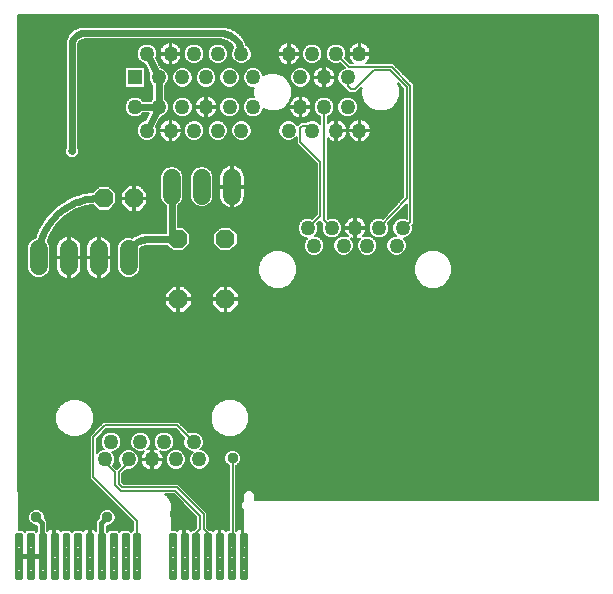
<source format=gtl>
G75*
%MOIN*%
%OFA0B0*%
%FSLAX24Y24*%
%IPPOS*%
%LPD*%
%AMOC8*
5,1,8,0,0,1.08239X$1,22.5*
%
%ADD10C,0.0500*%
%ADD11C,0.0110*%
%ADD12R,0.0500X0.0500*%
%ADD13C,0.0591*%
%ADD14OC8,0.0630*%
%ADD15C,0.0060*%
%ADD16C,0.0376*%
%ADD17C,0.0160*%
%ADD18C,0.0240*%
%ADD19C,0.0260*%
D10*
X003221Y004795D03*
X003418Y005385D03*
X004008Y004795D03*
X004402Y005385D03*
X004796Y004795D03*
X005189Y005385D03*
X005583Y004795D03*
X006174Y005385D03*
X006370Y004795D03*
X010189Y011921D03*
X009993Y012511D03*
X010780Y012511D03*
X011174Y011921D03*
X011567Y012511D03*
X011961Y011921D03*
X012355Y012511D03*
X012945Y011921D03*
X013142Y012511D03*
X011705Y015759D03*
X010918Y015759D03*
X010130Y015759D03*
X009343Y015759D03*
X009737Y016547D03*
X010524Y016547D03*
X011311Y016547D03*
X011311Y017531D03*
X010524Y017531D03*
X009737Y017531D03*
X010130Y018319D03*
X009343Y018319D03*
X008162Y017531D03*
X007374Y017531D03*
X006587Y017531D03*
X005800Y017531D03*
X005012Y017531D03*
X004619Y018319D03*
X005406Y018319D03*
X006193Y018319D03*
X006981Y018319D03*
X007768Y018319D03*
X007374Y016547D03*
X006587Y016547D03*
X005800Y016547D03*
X005012Y016547D03*
X004225Y016547D03*
X004619Y015759D03*
X005406Y015759D03*
X006193Y015759D03*
X006981Y015759D03*
X007768Y015759D03*
X008162Y016547D03*
X010918Y018319D03*
X011705Y018319D03*
D11*
X000430Y002302D02*
X000430Y000838D01*
X000264Y000838D01*
X000264Y002302D01*
X000430Y002302D01*
X000430Y000947D02*
X000264Y000947D01*
X000264Y001056D02*
X000430Y001056D01*
X000430Y001165D02*
X000264Y001165D01*
X000264Y001274D02*
X000430Y001274D01*
X000430Y001383D02*
X000264Y001383D01*
X000264Y001492D02*
X000430Y001492D01*
X000430Y001601D02*
X000264Y001601D01*
X000264Y001710D02*
X000430Y001710D01*
X000430Y001819D02*
X000264Y001819D01*
X000264Y001928D02*
X000430Y001928D01*
X000430Y002037D02*
X000264Y002037D01*
X000264Y002146D02*
X000430Y002146D01*
X000430Y002255D02*
X000264Y002255D01*
X000824Y002302D02*
X000824Y000838D01*
X000658Y000838D01*
X000658Y002302D01*
X000824Y002302D01*
X000824Y000947D02*
X000658Y000947D01*
X000658Y001056D02*
X000824Y001056D01*
X000824Y001165D02*
X000658Y001165D01*
X000658Y001274D02*
X000824Y001274D01*
X000824Y001383D02*
X000658Y001383D01*
X000658Y001492D02*
X000824Y001492D01*
X000824Y001601D02*
X000658Y001601D01*
X000658Y001710D02*
X000824Y001710D01*
X000824Y001819D02*
X000658Y001819D01*
X000658Y001928D02*
X000824Y001928D01*
X000824Y002037D02*
X000658Y002037D01*
X000658Y002146D02*
X000824Y002146D01*
X000824Y002255D02*
X000658Y002255D01*
X001217Y002302D02*
X001217Y000838D01*
X001051Y000838D01*
X001051Y002302D01*
X001217Y002302D01*
X001217Y000947D02*
X001051Y000947D01*
X001051Y001056D02*
X001217Y001056D01*
X001217Y001165D02*
X001051Y001165D01*
X001051Y001274D02*
X001217Y001274D01*
X001217Y001383D02*
X001051Y001383D01*
X001051Y001492D02*
X001217Y001492D01*
X001217Y001601D02*
X001051Y001601D01*
X001051Y001710D02*
X001217Y001710D01*
X001217Y001819D02*
X001051Y001819D01*
X001051Y001928D02*
X001217Y001928D01*
X001217Y002037D02*
X001051Y002037D01*
X001051Y002146D02*
X001217Y002146D01*
X001217Y002255D02*
X001051Y002255D01*
X001611Y002302D02*
X001611Y000838D01*
X001445Y000838D01*
X001445Y002302D01*
X001611Y002302D01*
X001611Y000947D02*
X001445Y000947D01*
X001445Y001056D02*
X001611Y001056D01*
X001611Y001165D02*
X001445Y001165D01*
X001445Y001274D02*
X001611Y001274D01*
X001611Y001383D02*
X001445Y001383D01*
X001445Y001492D02*
X001611Y001492D01*
X001611Y001601D02*
X001445Y001601D01*
X001445Y001710D02*
X001611Y001710D01*
X001611Y001819D02*
X001445Y001819D01*
X001445Y001928D02*
X001611Y001928D01*
X001611Y002037D02*
X001445Y002037D01*
X001445Y002146D02*
X001611Y002146D01*
X001611Y002255D02*
X001445Y002255D01*
X002005Y002302D02*
X002005Y000838D01*
X001839Y000838D01*
X001839Y002302D01*
X002005Y002302D01*
X002005Y000947D02*
X001839Y000947D01*
X001839Y001056D02*
X002005Y001056D01*
X002005Y001165D02*
X001839Y001165D01*
X001839Y001274D02*
X002005Y001274D01*
X002005Y001383D02*
X001839Y001383D01*
X001839Y001492D02*
X002005Y001492D01*
X002005Y001601D02*
X001839Y001601D01*
X001839Y001710D02*
X002005Y001710D01*
X002005Y001819D02*
X001839Y001819D01*
X001839Y001928D02*
X002005Y001928D01*
X002005Y002037D02*
X001839Y002037D01*
X001839Y002146D02*
X002005Y002146D01*
X002005Y002255D02*
X001839Y002255D01*
X002398Y002302D02*
X002398Y000838D01*
X002232Y000838D01*
X002232Y002302D01*
X002398Y002302D01*
X002398Y000947D02*
X002232Y000947D01*
X002232Y001056D02*
X002398Y001056D01*
X002398Y001165D02*
X002232Y001165D01*
X002232Y001274D02*
X002398Y001274D01*
X002398Y001383D02*
X002232Y001383D01*
X002232Y001492D02*
X002398Y001492D01*
X002398Y001601D02*
X002232Y001601D01*
X002232Y001710D02*
X002398Y001710D01*
X002398Y001819D02*
X002232Y001819D01*
X002232Y001928D02*
X002398Y001928D01*
X002398Y002037D02*
X002232Y002037D01*
X002232Y002146D02*
X002398Y002146D01*
X002398Y002255D02*
X002232Y002255D01*
X002792Y002302D02*
X002792Y000838D01*
X002626Y000838D01*
X002626Y002302D01*
X002792Y002302D01*
X002792Y000947D02*
X002626Y000947D01*
X002626Y001056D02*
X002792Y001056D01*
X002792Y001165D02*
X002626Y001165D01*
X002626Y001274D02*
X002792Y001274D01*
X002792Y001383D02*
X002626Y001383D01*
X002626Y001492D02*
X002792Y001492D01*
X002792Y001601D02*
X002626Y001601D01*
X002626Y001710D02*
X002792Y001710D01*
X002792Y001819D02*
X002626Y001819D01*
X002626Y001928D02*
X002792Y001928D01*
X002792Y002037D02*
X002626Y002037D01*
X002626Y002146D02*
X002792Y002146D01*
X002792Y002255D02*
X002626Y002255D01*
X003186Y002302D02*
X003186Y000838D01*
X003020Y000838D01*
X003020Y002302D01*
X003186Y002302D01*
X003186Y000947D02*
X003020Y000947D01*
X003020Y001056D02*
X003186Y001056D01*
X003186Y001165D02*
X003020Y001165D01*
X003020Y001274D02*
X003186Y001274D01*
X003186Y001383D02*
X003020Y001383D01*
X003020Y001492D02*
X003186Y001492D01*
X003186Y001601D02*
X003020Y001601D01*
X003020Y001710D02*
X003186Y001710D01*
X003186Y001819D02*
X003020Y001819D01*
X003020Y001928D02*
X003186Y001928D01*
X003186Y002037D02*
X003020Y002037D01*
X003020Y002146D02*
X003186Y002146D01*
X003186Y002255D02*
X003020Y002255D01*
X003579Y002302D02*
X003579Y000838D01*
X003413Y000838D01*
X003413Y002302D01*
X003579Y002302D01*
X003579Y000947D02*
X003413Y000947D01*
X003413Y001056D02*
X003579Y001056D01*
X003579Y001165D02*
X003413Y001165D01*
X003413Y001274D02*
X003579Y001274D01*
X003579Y001383D02*
X003413Y001383D01*
X003413Y001492D02*
X003579Y001492D01*
X003579Y001601D02*
X003413Y001601D01*
X003413Y001710D02*
X003579Y001710D01*
X003579Y001819D02*
X003413Y001819D01*
X003413Y001928D02*
X003579Y001928D01*
X003579Y002037D02*
X003413Y002037D01*
X003413Y002146D02*
X003579Y002146D01*
X003579Y002255D02*
X003413Y002255D01*
X003973Y002302D02*
X003973Y000838D01*
X003807Y000838D01*
X003807Y002302D01*
X003973Y002302D01*
X003973Y000947D02*
X003807Y000947D01*
X003807Y001056D02*
X003973Y001056D01*
X003973Y001165D02*
X003807Y001165D01*
X003807Y001274D02*
X003973Y001274D01*
X003973Y001383D02*
X003807Y001383D01*
X003807Y001492D02*
X003973Y001492D01*
X003973Y001601D02*
X003807Y001601D01*
X003807Y001710D02*
X003973Y001710D01*
X003973Y001819D02*
X003807Y001819D01*
X003807Y001928D02*
X003973Y001928D01*
X003973Y002037D02*
X003807Y002037D01*
X003807Y002146D02*
X003973Y002146D01*
X003973Y002255D02*
X003807Y002255D01*
X004367Y002302D02*
X004367Y000838D01*
X004201Y000838D01*
X004201Y002302D01*
X004367Y002302D01*
X004367Y000947D02*
X004201Y000947D01*
X004201Y001056D02*
X004367Y001056D01*
X004367Y001165D02*
X004201Y001165D01*
X004201Y001274D02*
X004367Y001274D01*
X004367Y001383D02*
X004201Y001383D01*
X004201Y001492D02*
X004367Y001492D01*
X004367Y001601D02*
X004201Y001601D01*
X004201Y001710D02*
X004367Y001710D01*
X004367Y001819D02*
X004201Y001819D01*
X004201Y001928D02*
X004367Y001928D01*
X004367Y002037D02*
X004201Y002037D01*
X004201Y002146D02*
X004367Y002146D01*
X004367Y002255D02*
X004201Y002255D01*
X005548Y002302D02*
X005548Y000838D01*
X005382Y000838D01*
X005382Y002302D01*
X005548Y002302D01*
X005548Y000947D02*
X005382Y000947D01*
X005382Y001056D02*
X005548Y001056D01*
X005548Y001165D02*
X005382Y001165D01*
X005382Y001274D02*
X005548Y001274D01*
X005548Y001383D02*
X005382Y001383D01*
X005382Y001492D02*
X005548Y001492D01*
X005548Y001601D02*
X005382Y001601D01*
X005382Y001710D02*
X005548Y001710D01*
X005548Y001819D02*
X005382Y001819D01*
X005382Y001928D02*
X005548Y001928D01*
X005548Y002037D02*
X005382Y002037D01*
X005382Y002146D02*
X005548Y002146D01*
X005548Y002255D02*
X005382Y002255D01*
X005942Y002302D02*
X005942Y000838D01*
X005776Y000838D01*
X005776Y002302D01*
X005942Y002302D01*
X005942Y000947D02*
X005776Y000947D01*
X005776Y001056D02*
X005942Y001056D01*
X005942Y001165D02*
X005776Y001165D01*
X005776Y001274D02*
X005942Y001274D01*
X005942Y001383D02*
X005776Y001383D01*
X005776Y001492D02*
X005942Y001492D01*
X005942Y001601D02*
X005776Y001601D01*
X005776Y001710D02*
X005942Y001710D01*
X005942Y001819D02*
X005776Y001819D01*
X005776Y001928D02*
X005942Y001928D01*
X005942Y002037D02*
X005776Y002037D01*
X005776Y002146D02*
X005942Y002146D01*
X005942Y002255D02*
X005776Y002255D01*
X006335Y002302D02*
X006335Y000838D01*
X006169Y000838D01*
X006169Y002302D01*
X006335Y002302D01*
X006335Y000947D02*
X006169Y000947D01*
X006169Y001056D02*
X006335Y001056D01*
X006335Y001165D02*
X006169Y001165D01*
X006169Y001274D02*
X006335Y001274D01*
X006335Y001383D02*
X006169Y001383D01*
X006169Y001492D02*
X006335Y001492D01*
X006335Y001601D02*
X006169Y001601D01*
X006169Y001710D02*
X006335Y001710D01*
X006335Y001819D02*
X006169Y001819D01*
X006169Y001928D02*
X006335Y001928D01*
X006335Y002037D02*
X006169Y002037D01*
X006169Y002146D02*
X006335Y002146D01*
X006335Y002255D02*
X006169Y002255D01*
X006729Y002302D02*
X006729Y000838D01*
X006563Y000838D01*
X006563Y002302D01*
X006729Y002302D01*
X006729Y000947D02*
X006563Y000947D01*
X006563Y001056D02*
X006729Y001056D01*
X006729Y001165D02*
X006563Y001165D01*
X006563Y001274D02*
X006729Y001274D01*
X006729Y001383D02*
X006563Y001383D01*
X006563Y001492D02*
X006729Y001492D01*
X006729Y001601D02*
X006563Y001601D01*
X006563Y001710D02*
X006729Y001710D01*
X006729Y001819D02*
X006563Y001819D01*
X006563Y001928D02*
X006729Y001928D01*
X006729Y002037D02*
X006563Y002037D01*
X006563Y002146D02*
X006729Y002146D01*
X006729Y002255D02*
X006563Y002255D01*
X007123Y002302D02*
X007123Y000838D01*
X006957Y000838D01*
X006957Y002302D01*
X007123Y002302D01*
X007123Y000947D02*
X006957Y000947D01*
X006957Y001056D02*
X007123Y001056D01*
X007123Y001165D02*
X006957Y001165D01*
X006957Y001274D02*
X007123Y001274D01*
X007123Y001383D02*
X006957Y001383D01*
X006957Y001492D02*
X007123Y001492D01*
X007123Y001601D02*
X006957Y001601D01*
X006957Y001710D02*
X007123Y001710D01*
X007123Y001819D02*
X006957Y001819D01*
X006957Y001928D02*
X007123Y001928D01*
X007123Y002037D02*
X006957Y002037D01*
X006957Y002146D02*
X007123Y002146D01*
X007123Y002255D02*
X006957Y002255D01*
X007516Y002302D02*
X007516Y000838D01*
X007350Y000838D01*
X007350Y002302D01*
X007516Y002302D01*
X007516Y000947D02*
X007350Y000947D01*
X007350Y001056D02*
X007516Y001056D01*
X007516Y001165D02*
X007350Y001165D01*
X007350Y001274D02*
X007516Y001274D01*
X007516Y001383D02*
X007350Y001383D01*
X007350Y001492D02*
X007516Y001492D01*
X007516Y001601D02*
X007350Y001601D01*
X007350Y001710D02*
X007516Y001710D01*
X007516Y001819D02*
X007350Y001819D01*
X007350Y001928D02*
X007516Y001928D01*
X007516Y002037D02*
X007350Y002037D01*
X007350Y002146D02*
X007516Y002146D01*
X007516Y002255D02*
X007350Y002255D01*
X007910Y002302D02*
X007910Y000838D01*
X007744Y000838D01*
X007744Y002302D01*
X007910Y002302D01*
X007910Y000947D02*
X007744Y000947D01*
X007744Y001056D02*
X007910Y001056D01*
X007910Y001165D02*
X007744Y001165D01*
X007744Y001274D02*
X007910Y001274D01*
X007910Y001383D02*
X007744Y001383D01*
X007744Y001492D02*
X007910Y001492D01*
X007910Y001601D02*
X007744Y001601D01*
X007744Y001710D02*
X007910Y001710D01*
X007910Y001819D02*
X007744Y001819D01*
X007744Y001928D02*
X007910Y001928D01*
X007910Y002037D02*
X007744Y002037D01*
X007744Y002146D02*
X007910Y002146D01*
X007910Y002255D02*
X007744Y002255D01*
D12*
X004225Y017531D03*
D13*
X005449Y014185D02*
X005449Y013594D01*
X006449Y013594D02*
X006449Y014185D01*
X007449Y014185D02*
X007449Y013594D01*
X004012Y011822D02*
X004012Y011232D01*
X003012Y011232D02*
X003012Y011822D01*
X002012Y011822D02*
X002012Y011232D01*
X001012Y011232D02*
X001012Y011822D01*
D14*
X003193Y013496D03*
X004193Y013496D03*
X005662Y012133D03*
X007237Y012133D03*
X007237Y010133D03*
X005662Y010133D03*
D15*
X005692Y010113D02*
X007207Y010113D01*
X007207Y010103D02*
X006792Y010103D01*
X006792Y009949D01*
X007052Y009688D01*
X007207Y009688D01*
X007207Y010103D01*
X007267Y010103D01*
X007267Y010163D01*
X007682Y010163D01*
X007682Y010318D01*
X007421Y010578D01*
X007267Y010578D01*
X007267Y010163D01*
X007207Y010163D01*
X007207Y010103D01*
X007207Y010055D02*
X007267Y010055D01*
X007267Y010103D02*
X007267Y009688D01*
X007421Y009688D01*
X007682Y009949D01*
X007682Y010103D01*
X007267Y010103D01*
X007267Y010113D02*
X019655Y010113D01*
X019655Y010055D02*
X007682Y010055D01*
X007682Y009996D02*
X019655Y009996D01*
X019655Y009938D02*
X007670Y009938D01*
X007612Y009879D02*
X019655Y009879D01*
X019655Y009821D02*
X007553Y009821D01*
X007495Y009762D02*
X019655Y009762D01*
X019655Y009704D02*
X007436Y009704D01*
X007267Y009704D02*
X007207Y009704D01*
X007207Y009762D02*
X007267Y009762D01*
X007267Y009821D02*
X007207Y009821D01*
X007207Y009879D02*
X007267Y009879D01*
X007267Y009938D02*
X007207Y009938D01*
X007207Y009996D02*
X007267Y009996D01*
X007267Y010172D02*
X007207Y010172D01*
X007207Y010163D02*
X007207Y010578D01*
X007052Y010578D01*
X006792Y010318D01*
X006792Y010163D01*
X007207Y010163D01*
X007207Y010230D02*
X007267Y010230D01*
X007267Y010289D02*
X007207Y010289D01*
X007207Y010347D02*
X007267Y010347D01*
X007267Y010406D02*
X007207Y010406D01*
X007207Y010464D02*
X007267Y010464D01*
X007267Y010523D02*
X007207Y010523D01*
X006997Y010523D02*
X005902Y010523D01*
X005846Y010578D02*
X005692Y010578D01*
X005692Y010163D01*
X006107Y010163D01*
X006107Y010318D01*
X005846Y010578D01*
X005960Y010464D02*
X006938Y010464D01*
X006880Y010406D02*
X006019Y010406D01*
X006077Y010347D02*
X006821Y010347D01*
X006792Y010289D02*
X006107Y010289D01*
X006107Y010230D02*
X006792Y010230D01*
X006792Y010172D02*
X006107Y010172D01*
X006107Y010103D02*
X005692Y010103D01*
X005692Y009688D01*
X005846Y009688D01*
X006107Y009949D01*
X006107Y010103D01*
X006107Y010055D02*
X006792Y010055D01*
X006792Y009996D02*
X006107Y009996D01*
X006096Y009938D02*
X006803Y009938D01*
X006861Y009879D02*
X006037Y009879D01*
X005979Y009821D02*
X006920Y009821D01*
X006978Y009762D02*
X005920Y009762D01*
X005862Y009704D02*
X007037Y009704D01*
X007682Y010172D02*
X019655Y010172D01*
X019655Y010230D02*
X007682Y010230D01*
X007682Y010289D02*
X019655Y010289D01*
X019655Y010347D02*
X007652Y010347D01*
X007594Y010406D02*
X019655Y010406D01*
X019655Y010464D02*
X007535Y010464D01*
X007477Y010523D02*
X008776Y010523D01*
X008853Y010491D02*
X008617Y010589D01*
X008436Y010769D01*
X008338Y011006D01*
X008338Y011261D01*
X008436Y011497D01*
X008617Y011678D01*
X008853Y011776D01*
X009109Y011776D01*
X009345Y011678D01*
X009525Y011497D01*
X009623Y011261D01*
X009623Y011006D01*
X009525Y010769D01*
X009345Y010589D01*
X009109Y010491D01*
X008853Y010491D01*
X008634Y010581D02*
X000330Y010581D01*
X000330Y010523D02*
X005422Y010523D01*
X005477Y010578D02*
X005217Y010318D01*
X005217Y010163D01*
X005632Y010163D01*
X005632Y010103D01*
X005692Y010103D01*
X005692Y010163D01*
X005632Y010163D01*
X005632Y010578D01*
X005477Y010578D01*
X005363Y010464D02*
X000330Y010464D01*
X000330Y010406D02*
X005305Y010406D01*
X005246Y010347D02*
X000330Y010347D01*
X000330Y010289D02*
X005217Y010289D01*
X005217Y010230D02*
X000330Y010230D01*
X000330Y010172D02*
X005217Y010172D01*
X005217Y010103D02*
X005217Y009949D01*
X005477Y009688D01*
X005632Y009688D01*
X005632Y010103D01*
X005217Y010103D01*
X005217Y010055D02*
X000330Y010055D01*
X000330Y010113D02*
X005632Y010113D01*
X005632Y010055D02*
X005692Y010055D01*
X005692Y009996D02*
X005632Y009996D01*
X005632Y009938D02*
X005692Y009938D01*
X005692Y009879D02*
X005632Y009879D01*
X005632Y009821D02*
X005692Y009821D01*
X005692Y009762D02*
X005632Y009762D01*
X005632Y009704D02*
X005692Y009704D01*
X005462Y009704D02*
X000330Y009704D01*
X000330Y009762D02*
X005404Y009762D01*
X005345Y009821D02*
X000330Y009821D01*
X000330Y009879D02*
X005287Y009879D01*
X005228Y009938D02*
X000330Y009938D01*
X000330Y009996D02*
X005217Y009996D01*
X005632Y010172D02*
X005692Y010172D01*
X005692Y010230D02*
X005632Y010230D01*
X005632Y010289D02*
X005692Y010289D01*
X005692Y010347D02*
X005632Y010347D01*
X005632Y010406D02*
X005692Y010406D01*
X005692Y010464D02*
X005632Y010464D01*
X005632Y010523D02*
X005692Y010523D01*
X005830Y011728D02*
X005494Y011728D01*
X005299Y011923D01*
X004619Y011923D01*
X004541Y011916D01*
X004398Y011857D01*
X004397Y011856D01*
X004397Y011155D01*
X004339Y011014D01*
X004230Y010905D01*
X004089Y010847D01*
X003936Y010847D01*
X003794Y010905D01*
X003686Y011014D01*
X003627Y011155D01*
X003627Y011899D01*
X003686Y012041D01*
X003794Y012149D01*
X003936Y012208D01*
X004089Y012208D01*
X004128Y012191D01*
X004156Y012219D01*
X004156Y012219D01*
X004456Y012343D01*
X005239Y012343D01*
X005239Y013264D01*
X005231Y013267D01*
X005123Y013376D01*
X005064Y013517D01*
X005064Y014261D01*
X005123Y014403D01*
X005231Y014511D01*
X005373Y014570D01*
X005526Y014570D01*
X005667Y014511D01*
X005776Y014403D01*
X005834Y014261D01*
X005834Y013517D01*
X005776Y013376D01*
X005667Y013267D01*
X005659Y013264D01*
X005659Y012538D01*
X005830Y012538D01*
X006067Y012301D01*
X006067Y011966D01*
X005830Y011728D01*
X005852Y011751D02*
X007046Y011751D01*
X007069Y011728D02*
X007404Y011728D01*
X007642Y011966D01*
X007642Y012301D01*
X007404Y012538D01*
X007069Y012538D01*
X006832Y012301D01*
X006832Y011966D01*
X007069Y011728D01*
X006987Y011810D02*
X005911Y011810D01*
X005969Y011868D02*
X006929Y011868D01*
X006870Y011927D02*
X006028Y011927D01*
X006067Y011985D02*
X006832Y011985D01*
X006832Y012044D02*
X006067Y012044D01*
X006067Y012102D02*
X006832Y012102D01*
X006832Y012161D02*
X006067Y012161D01*
X006067Y012219D02*
X006832Y012219D01*
X006832Y012278D02*
X006067Y012278D01*
X006032Y012336D02*
X006867Y012336D01*
X006925Y012395D02*
X005973Y012395D01*
X005915Y012453D02*
X006984Y012453D01*
X007042Y012512D02*
X005856Y012512D01*
X005659Y012570D02*
X009653Y012570D01*
X009653Y012579D02*
X009653Y012444D01*
X009704Y012319D01*
X009800Y012223D01*
X009925Y012171D01*
X009959Y012171D01*
X009901Y012113D01*
X009849Y011988D01*
X009849Y011853D01*
X009901Y011728D01*
X009997Y011633D01*
X010122Y011581D01*
X010257Y011581D01*
X010382Y011633D01*
X010478Y011728D01*
X010529Y011853D01*
X010529Y011988D01*
X010478Y012113D01*
X010382Y012209D01*
X010257Y012261D01*
X010223Y012261D01*
X010281Y012319D01*
X010333Y012444D01*
X010333Y012579D01*
X010302Y012652D01*
X010405Y012754D01*
X010405Y012717D01*
X010470Y012652D01*
X010440Y012579D01*
X010440Y012444D01*
X010492Y012319D01*
X010587Y012223D01*
X010712Y012171D01*
X010848Y012171D01*
X010973Y012223D01*
X011068Y012319D01*
X011120Y012444D01*
X011120Y012579D01*
X011068Y012704D01*
X010973Y012800D01*
X010848Y012851D01*
X010712Y012851D01*
X010645Y012824D01*
X010645Y015495D01*
X010675Y015464D01*
X010738Y015423D01*
X010807Y015394D01*
X010880Y015379D01*
X010888Y015379D01*
X010888Y015729D01*
X010948Y015729D01*
X010948Y015379D01*
X010955Y015379D01*
X011029Y015394D01*
X011098Y015423D01*
X011160Y015464D01*
X011213Y015517D01*
X011254Y015579D01*
X011283Y015649D01*
X011298Y015722D01*
X011298Y015729D01*
X011325Y015729D01*
X011325Y015722D01*
X011340Y015649D01*
X011368Y015579D01*
X011410Y015517D01*
X011463Y015464D01*
X011525Y015423D01*
X011594Y015394D01*
X011668Y015379D01*
X011675Y015379D01*
X011675Y015729D01*
X011735Y015729D01*
X011735Y015379D01*
X011743Y015379D01*
X011816Y015394D01*
X011885Y015423D01*
X011947Y015464D01*
X012000Y015517D01*
X012042Y015579D01*
X012071Y015649D01*
X012085Y015722D01*
X012085Y015729D01*
X013159Y015729D01*
X013159Y015671D02*
X012075Y015671D01*
X012085Y015729D02*
X011735Y015729D01*
X011675Y015729D01*
X011325Y015729D01*
X011298Y015729D02*
X010948Y015729D01*
X010888Y015729D01*
X010888Y015671D02*
X010948Y015671D01*
X010948Y015729D02*
X010948Y015789D01*
X011298Y015789D01*
X011298Y015797D01*
X011283Y015870D01*
X011254Y015939D01*
X011213Y016002D01*
X011160Y016055D01*
X011098Y016096D01*
X011029Y016125D01*
X010955Y016139D01*
X010948Y016139D01*
X010888Y016139D01*
X010888Y015789D01*
X010948Y015789D01*
X010948Y016139D01*
X010958Y016139D02*
X011665Y016139D01*
X011668Y016139D02*
X011594Y016125D01*
X011525Y016096D01*
X011463Y016055D01*
X011410Y016002D01*
X011368Y015939D01*
X011340Y015870D01*
X011325Y015797D01*
X011325Y015789D01*
X011675Y015789D01*
X011675Y015729D01*
X011675Y015671D02*
X011735Y015671D01*
X011735Y015729D02*
X011735Y015789D01*
X012085Y015789D01*
X012085Y015797D01*
X012071Y015870D01*
X012042Y015939D01*
X012000Y016002D01*
X011947Y016055D01*
X011885Y016096D01*
X011816Y016125D01*
X011743Y016139D01*
X011735Y016139D01*
X011675Y016139D01*
X011675Y015789D01*
X011735Y015789D01*
X011735Y016139D01*
X011745Y016139D02*
X013159Y016139D01*
X013159Y016197D02*
X010645Y016197D01*
X010645Y016229D02*
X010717Y016259D01*
X010812Y016354D01*
X010864Y016479D01*
X010864Y016614D01*
X010812Y016739D01*
X010717Y016835D01*
X010592Y016887D01*
X010456Y016887D01*
X010331Y016835D01*
X010236Y016739D01*
X010184Y016614D01*
X010184Y016479D01*
X010236Y016354D01*
X010331Y016259D01*
X010405Y016228D01*
X010405Y015966D01*
X010323Y016048D01*
X010198Y016099D01*
X010063Y016099D01*
X009938Y016048D01*
X009927Y016037D01*
X009746Y016037D01*
X009676Y015967D01*
X009640Y015931D01*
X009631Y015952D01*
X009536Y016048D01*
X009411Y016099D01*
X009275Y016099D01*
X009150Y016048D01*
X009055Y015952D01*
X009003Y015827D01*
X009003Y015692D01*
X009055Y015567D01*
X009150Y015471D01*
X009275Y015419D01*
X009411Y015419D01*
X009536Y015471D01*
X009617Y015552D01*
X009617Y015315D01*
X009687Y015245D01*
X010285Y014647D01*
X010285Y012974D01*
X010133Y012821D01*
X010060Y012851D01*
X009925Y012851D01*
X009800Y012800D01*
X009704Y012704D01*
X009653Y012579D01*
X009673Y012629D02*
X005659Y012629D01*
X005659Y012687D02*
X009697Y012687D01*
X009746Y012746D02*
X005659Y012746D01*
X005659Y012804D02*
X009811Y012804D01*
X010174Y012863D02*
X005659Y012863D01*
X005659Y012921D02*
X010233Y012921D01*
X010285Y012980D02*
X005659Y012980D01*
X005659Y013038D02*
X010285Y013038D01*
X010285Y013097D02*
X005659Y013097D01*
X005659Y013155D02*
X010285Y013155D01*
X010285Y013214D02*
X007640Y013214D01*
X007612Y013200D02*
X007672Y013230D01*
X007726Y013270D01*
X007774Y013317D01*
X007813Y013371D01*
X007843Y013431D01*
X007864Y013495D01*
X007874Y013561D01*
X007874Y013859D01*
X007479Y013859D01*
X007479Y013169D01*
X007483Y013169D01*
X007549Y013179D01*
X007612Y013200D01*
X007479Y013214D02*
X007419Y013214D01*
X007419Y013169D02*
X007419Y013859D01*
X007479Y013859D01*
X007479Y013919D01*
X007874Y013919D01*
X007874Y014218D01*
X007864Y014284D01*
X007843Y014348D01*
X007813Y014408D01*
X007774Y014462D01*
X007726Y014509D01*
X007672Y014548D01*
X007612Y014579D01*
X007549Y014599D01*
X007483Y014610D01*
X007479Y014610D01*
X007479Y013919D01*
X007419Y013919D01*
X007419Y013859D01*
X007024Y013859D01*
X007024Y013561D01*
X007034Y013495D01*
X007055Y013431D01*
X007085Y013371D01*
X007125Y013317D01*
X007172Y013270D01*
X007226Y013230D01*
X007286Y013200D01*
X007350Y013179D01*
X007416Y013169D01*
X007419Y013169D01*
X007419Y013272D02*
X007479Y013272D01*
X007479Y013331D02*
X007419Y013331D01*
X007419Y013389D02*
X007479Y013389D01*
X007479Y013448D02*
X007419Y013448D01*
X007419Y013506D02*
X007479Y013506D01*
X007479Y013565D02*
X007419Y013565D01*
X007419Y013623D02*
X007479Y013623D01*
X007479Y013682D02*
X007419Y013682D01*
X007419Y013740D02*
X007479Y013740D01*
X007479Y013799D02*
X007419Y013799D01*
X007419Y013857D02*
X007479Y013857D01*
X007479Y013916D02*
X010285Y013916D01*
X010285Y013974D02*
X007874Y013974D01*
X007874Y014033D02*
X010285Y014033D01*
X010285Y014091D02*
X007874Y014091D01*
X007874Y014150D02*
X010285Y014150D01*
X010285Y014208D02*
X007874Y014208D01*
X007867Y014267D02*
X010285Y014267D01*
X010285Y014325D02*
X007851Y014325D01*
X007825Y014384D02*
X010285Y014384D01*
X010285Y014442D02*
X007788Y014442D01*
X007734Y014501D02*
X010285Y014501D01*
X010285Y014559D02*
X007650Y014559D01*
X007479Y014559D02*
X007419Y014559D01*
X007419Y014610D02*
X007416Y014610D01*
X007350Y014599D01*
X007286Y014579D01*
X007226Y014548D01*
X007172Y014509D01*
X007125Y014462D01*
X007085Y014408D01*
X007055Y014348D01*
X007034Y014284D01*
X007024Y014218D01*
X007024Y013919D01*
X007419Y013919D01*
X007419Y014610D01*
X007419Y014501D02*
X007479Y014501D01*
X007479Y014442D02*
X007419Y014442D01*
X007419Y014384D02*
X007479Y014384D01*
X007479Y014325D02*
X007419Y014325D01*
X007419Y014267D02*
X007479Y014267D01*
X007479Y014208D02*
X007419Y014208D01*
X007419Y014150D02*
X007479Y014150D01*
X007479Y014091D02*
X007419Y014091D01*
X007419Y014033D02*
X007479Y014033D01*
X007479Y013974D02*
X007419Y013974D01*
X007419Y013916D02*
X006834Y013916D01*
X006834Y013974D02*
X007024Y013974D01*
X007024Y014033D02*
X006834Y014033D01*
X006834Y014091D02*
X007024Y014091D01*
X007024Y014150D02*
X006834Y014150D01*
X006834Y014208D02*
X007024Y014208D01*
X007032Y014267D02*
X006832Y014267D01*
X006834Y014261D02*
X006776Y014403D01*
X006667Y014511D01*
X006526Y014570D01*
X006373Y014570D01*
X006231Y014511D01*
X006123Y014403D01*
X006064Y014261D01*
X006064Y013517D01*
X006123Y013376D01*
X006231Y013267D01*
X006373Y013209D01*
X006526Y013209D01*
X006667Y013267D01*
X006776Y013376D01*
X006834Y013517D01*
X006834Y014261D01*
X006808Y014325D02*
X007048Y014325D01*
X007073Y014384D02*
X006784Y014384D01*
X006736Y014442D02*
X007111Y014442D01*
X007164Y014501D02*
X006678Y014501D01*
X006551Y014559D02*
X007248Y014559D01*
X007024Y013857D02*
X006834Y013857D01*
X006834Y013799D02*
X007024Y013799D01*
X007024Y013740D02*
X006834Y013740D01*
X006834Y013682D02*
X007024Y013682D01*
X007024Y013623D02*
X006834Y013623D01*
X006834Y013565D02*
X007024Y013565D01*
X007033Y013506D02*
X006830Y013506D01*
X006806Y013448D02*
X007050Y013448D01*
X007076Y013389D02*
X006781Y013389D01*
X006731Y013331D02*
X007115Y013331D01*
X007169Y013272D02*
X006672Y013272D01*
X006538Y013214D02*
X007259Y013214D01*
X007729Y013272D02*
X010285Y013272D01*
X010285Y013331D02*
X007784Y013331D01*
X007822Y013389D02*
X010285Y013389D01*
X010285Y013448D02*
X007849Y013448D01*
X007866Y013506D02*
X010285Y013506D01*
X010285Y013565D02*
X007874Y013565D01*
X007874Y013623D02*
X010285Y013623D01*
X010285Y013682D02*
X007874Y013682D01*
X007874Y013740D02*
X010285Y013740D01*
X010285Y013799D02*
X007874Y013799D01*
X007874Y013857D02*
X010285Y013857D01*
X010645Y013857D02*
X013159Y013857D01*
X013159Y013799D02*
X010645Y013799D01*
X010645Y013740D02*
X013159Y013740D01*
X013159Y013682D02*
X010645Y013682D01*
X010645Y013623D02*
X013159Y013623D01*
X013159Y013565D02*
X010645Y013565D01*
X010645Y013506D02*
X013124Y013506D01*
X013159Y013543D02*
X012485Y012825D01*
X012422Y012851D01*
X012287Y012851D01*
X012162Y012800D01*
X012066Y012704D01*
X012015Y012579D01*
X012015Y012444D01*
X012066Y012319D01*
X012162Y012223D01*
X012287Y012171D01*
X012422Y012171D01*
X012547Y012223D01*
X012643Y012319D01*
X012695Y012444D01*
X012695Y012579D01*
X012660Y012662D01*
X013279Y013320D01*
X013279Y012823D01*
X013210Y012851D01*
X013074Y012851D01*
X012950Y012800D01*
X012854Y012704D01*
X012802Y012579D01*
X012802Y012444D01*
X012854Y012319D01*
X012912Y012261D01*
X012878Y012261D01*
X012753Y012209D01*
X012657Y012113D01*
X012605Y011988D01*
X012605Y011853D01*
X012657Y011728D01*
X012753Y011633D01*
X012878Y011581D01*
X013013Y011581D01*
X013138Y011633D01*
X013234Y011728D01*
X013285Y011853D01*
X013285Y011988D01*
X013234Y012113D01*
X013176Y012171D01*
X013210Y012171D01*
X013335Y012223D01*
X013430Y012319D01*
X013482Y012444D01*
X013482Y012579D01*
X013470Y012609D01*
X013478Y012618D01*
X013511Y012643D01*
X013513Y012652D01*
X013519Y012659D01*
X013519Y012700D01*
X013524Y012742D01*
X013519Y012749D01*
X013519Y017310D01*
X012893Y017936D01*
X012823Y018006D01*
X011922Y018006D01*
X011947Y018023D01*
X012000Y018076D01*
X012042Y018139D01*
X012071Y018208D01*
X012085Y018281D01*
X012085Y018289D01*
X011735Y018289D01*
X011735Y018349D01*
X011675Y018349D01*
X011675Y018699D01*
X011668Y018699D01*
X011594Y018684D01*
X011525Y018655D01*
X011463Y018614D01*
X011410Y018561D01*
X011368Y018499D01*
X011340Y018429D01*
X011325Y018356D01*
X011325Y018349D01*
X011675Y018349D01*
X011675Y018289D01*
X011325Y018289D01*
X011325Y018281D01*
X011340Y018208D01*
X011368Y018139D01*
X011410Y018076D01*
X011463Y018023D01*
X011488Y018006D01*
X011400Y018006D01*
X011228Y018178D01*
X011258Y018251D01*
X011258Y018386D01*
X011206Y018511D01*
X011110Y018607D01*
X010985Y018659D01*
X010850Y018659D01*
X010725Y018607D01*
X010629Y018511D01*
X010578Y018386D01*
X010578Y018251D01*
X010629Y018126D01*
X010725Y018030D01*
X010850Y017979D01*
X010985Y017979D01*
X011058Y018009D01*
X011210Y017857D01*
X011119Y017819D01*
X011023Y017724D01*
X010971Y017599D01*
X010971Y017463D01*
X011023Y017339D01*
X011119Y017243D01*
X011191Y017213D01*
X011191Y017186D01*
X011360Y017017D01*
X011597Y017017D01*
X011668Y017088D01*
X011788Y017209D01*
X011771Y017167D01*
X011771Y016911D01*
X011869Y016675D01*
X012050Y016494D01*
X012286Y016396D01*
X012542Y016396D01*
X012778Y016494D01*
X012959Y016675D01*
X013056Y016911D01*
X013056Y017167D01*
X012988Y017333D01*
X013159Y017161D01*
X013159Y013543D01*
X013279Y013496D02*
X013279Y017211D01*
X012723Y017767D01*
X012178Y017767D01*
X011548Y017137D01*
X011410Y017137D01*
X011311Y017236D01*
X011311Y017531D01*
X010997Y017660D02*
X010882Y017660D01*
X010889Y017642D02*
X010861Y017711D01*
X010819Y017773D01*
X010766Y017826D01*
X010704Y017868D01*
X010635Y017896D01*
X010561Y017911D01*
X010554Y017911D01*
X010554Y017561D01*
X010904Y017561D01*
X010904Y017569D01*
X010889Y017642D01*
X010897Y017601D02*
X010973Y017601D01*
X010971Y017543D02*
X010554Y017543D01*
X010554Y017561D02*
X010554Y017501D01*
X010554Y017151D01*
X010561Y017151D01*
X010635Y017166D01*
X010704Y017194D01*
X010766Y017236D01*
X010819Y017289D01*
X010861Y017351D01*
X010889Y017420D01*
X010904Y017494D01*
X010904Y017501D01*
X010554Y017501D01*
X010494Y017501D01*
X010494Y017151D01*
X010487Y017151D01*
X010413Y017166D01*
X010344Y017194D01*
X010282Y017236D01*
X010229Y017289D01*
X010187Y017351D01*
X010159Y017420D01*
X010144Y017494D01*
X010144Y017501D01*
X010494Y017501D01*
X010494Y017561D01*
X010144Y017561D01*
X010144Y017569D01*
X010159Y017642D01*
X010187Y017711D01*
X010229Y017773D01*
X010282Y017826D01*
X010344Y017868D01*
X010413Y017896D01*
X010487Y017911D01*
X010494Y017911D01*
X010494Y017561D01*
X010554Y017561D01*
X010554Y017601D02*
X010494Y017601D01*
X010494Y017543D02*
X010077Y017543D01*
X010077Y017599D02*
X010025Y017724D01*
X009929Y017819D01*
X009804Y017871D01*
X009669Y017871D01*
X009544Y017819D01*
X009448Y017724D01*
X009397Y017599D01*
X009397Y017463D01*
X009448Y017339D01*
X009544Y017243D01*
X009669Y017191D01*
X009804Y017191D01*
X009929Y017243D01*
X010025Y017339D01*
X010077Y017463D01*
X010077Y017599D01*
X010076Y017601D02*
X010151Y017601D01*
X010166Y017660D02*
X010051Y017660D01*
X010027Y017718D02*
X010192Y017718D01*
X010232Y017777D02*
X009972Y017777D01*
X009890Y017835D02*
X010295Y017835D01*
X010407Y017894D02*
X005066Y017894D01*
X005077Y017871D02*
X004926Y018173D01*
X004959Y018251D01*
X004959Y018386D01*
X004907Y018511D01*
X004811Y018607D01*
X004686Y018659D01*
X004551Y018659D01*
X004426Y018607D01*
X004330Y018511D01*
X004279Y018386D01*
X004279Y018251D01*
X004330Y018126D01*
X004426Y018030D01*
X004551Y017979D01*
X004554Y017979D01*
X004705Y017677D01*
X004672Y017599D01*
X004672Y017463D01*
X004724Y017339D01*
X004802Y017260D01*
X004802Y016818D01*
X004741Y016757D01*
X004496Y016757D01*
X004417Y016835D01*
X004292Y016887D01*
X004157Y016887D01*
X004032Y016835D01*
X003937Y016739D01*
X003885Y016614D01*
X003885Y016479D01*
X003937Y016354D01*
X004032Y016259D01*
X004157Y016207D01*
X004292Y016207D01*
X004417Y016259D01*
X004496Y016337D01*
X004672Y016337D01*
X004554Y016099D01*
X004551Y016099D01*
X004426Y016048D01*
X004330Y015952D01*
X004279Y015827D01*
X004279Y015692D01*
X004330Y015567D01*
X004426Y015471D01*
X004551Y015419D01*
X004686Y015419D01*
X004811Y015471D01*
X004907Y015567D01*
X004959Y015692D01*
X004959Y015827D01*
X004926Y015905D01*
X005077Y016207D01*
X005080Y016207D01*
X005205Y016259D01*
X005300Y016354D01*
X005352Y016479D01*
X005352Y016614D01*
X005300Y016739D01*
X005222Y016818D01*
X005222Y017260D01*
X005300Y017339D01*
X005352Y017463D01*
X005352Y017599D01*
X005300Y017724D01*
X005205Y017819D01*
X005080Y017871D01*
X005077Y017871D01*
X005036Y017952D02*
X005299Y017952D01*
X005295Y017953D02*
X005368Y017939D01*
X005376Y017939D01*
X005376Y018288D01*
X005436Y018288D01*
X005436Y017939D01*
X005443Y017939D01*
X005517Y017953D01*
X005586Y017982D01*
X005648Y018023D01*
X005701Y018076D01*
X005743Y018139D01*
X005771Y018208D01*
X005786Y018281D01*
X005786Y018289D01*
X005436Y018289D01*
X005436Y018349D01*
X005376Y018349D01*
X005376Y018699D01*
X005368Y018699D01*
X005295Y018684D01*
X005226Y018655D01*
X005164Y018614D01*
X005111Y018561D01*
X005069Y018499D01*
X005041Y018429D01*
X005026Y018356D01*
X005026Y018349D01*
X005376Y018349D01*
X005376Y018289D01*
X005026Y018289D01*
X005026Y018281D01*
X005041Y018208D01*
X005069Y018139D01*
X005111Y018076D01*
X005164Y018023D01*
X005226Y017982D01*
X005295Y017953D01*
X005376Y017952D02*
X005436Y017952D01*
X005436Y018011D02*
X005376Y018011D01*
X005376Y018069D02*
X005436Y018069D01*
X005436Y018128D02*
X005376Y018128D01*
X005376Y018186D02*
X005436Y018186D01*
X005436Y018245D02*
X005376Y018245D01*
X005376Y018303D02*
X004959Y018303D01*
X004956Y018245D02*
X005033Y018245D01*
X005049Y018186D02*
X004932Y018186D01*
X004949Y018128D02*
X005076Y018128D01*
X005118Y018069D02*
X004978Y018069D01*
X005007Y018011D02*
X005182Y018011D01*
X005166Y017835D02*
X005646Y017835D01*
X005607Y017819D02*
X005511Y017724D01*
X005460Y017599D01*
X005460Y017463D01*
X005511Y017339D01*
X005607Y017243D01*
X005732Y017191D01*
X005867Y017191D01*
X005992Y017243D01*
X006088Y017339D01*
X006140Y017463D01*
X006140Y017599D01*
X006088Y017724D01*
X005992Y017819D01*
X005867Y017871D01*
X005732Y017871D01*
X005607Y017819D01*
X005565Y017777D02*
X005247Y017777D01*
X005303Y017718D02*
X005509Y017718D01*
X005485Y017660D02*
X005327Y017660D01*
X005351Y017601D02*
X005461Y017601D01*
X005460Y017543D02*
X005352Y017543D01*
X005352Y017484D02*
X005460Y017484D01*
X005475Y017426D02*
X005337Y017426D01*
X005312Y017367D02*
X005499Y017367D01*
X005541Y017309D02*
X005271Y017309D01*
X005222Y017250D02*
X005599Y017250D01*
X005730Y017192D02*
X005222Y017192D01*
X005222Y017133D02*
X008169Y017133D01*
X008169Y017167D02*
X008169Y016911D01*
X008179Y016887D01*
X008094Y016887D01*
X007969Y016835D01*
X007874Y016739D01*
X007822Y016614D01*
X007822Y016479D01*
X007874Y016354D01*
X007969Y016259D01*
X008094Y016207D01*
X008229Y016207D01*
X008354Y016259D01*
X008450Y016354D01*
X008499Y016473D01*
X008684Y016396D01*
X008939Y016396D01*
X009175Y016494D01*
X009356Y016675D01*
X009454Y016911D01*
X009454Y017167D01*
X009356Y017403D01*
X009175Y017584D01*
X008939Y017682D01*
X008684Y017682D01*
X008499Y017605D01*
X008450Y017724D01*
X008354Y017819D01*
X008229Y017871D01*
X008094Y017871D01*
X007969Y017819D01*
X007874Y017724D01*
X007822Y017599D01*
X007822Y017463D01*
X007874Y017339D01*
X007969Y017243D01*
X008094Y017191D01*
X008179Y017191D01*
X008169Y017167D01*
X008092Y017192D02*
X007444Y017192D01*
X007442Y017191D02*
X007567Y017243D01*
X007663Y017339D01*
X007714Y017463D01*
X007714Y017599D01*
X007663Y017724D01*
X007567Y017819D01*
X007442Y017871D01*
X007307Y017871D01*
X007182Y017819D01*
X007086Y017724D01*
X007034Y017599D01*
X007034Y017463D01*
X007086Y017339D01*
X007182Y017243D01*
X007307Y017191D01*
X007442Y017191D01*
X007305Y017192D02*
X006657Y017192D01*
X006655Y017191D02*
X006780Y017243D01*
X006875Y017339D01*
X006927Y017463D01*
X006927Y017599D01*
X006875Y017724D01*
X006780Y017819D01*
X006655Y017871D01*
X006519Y017871D01*
X006394Y017819D01*
X006299Y017724D01*
X006247Y017599D01*
X006247Y017463D01*
X006299Y017339D01*
X006394Y017243D01*
X006519Y017191D01*
X006655Y017191D01*
X006517Y017192D02*
X005869Y017192D01*
X006000Y017250D02*
X006387Y017250D01*
X006328Y017309D02*
X006058Y017309D01*
X006100Y017367D02*
X006287Y017367D01*
X006263Y017426D02*
X006124Y017426D01*
X006140Y017484D02*
X006247Y017484D01*
X006247Y017543D02*
X006140Y017543D01*
X006138Y017601D02*
X006248Y017601D01*
X006272Y017660D02*
X006114Y017660D01*
X006090Y017718D02*
X006297Y017718D01*
X006352Y017777D02*
X006035Y017777D01*
X005953Y017835D02*
X006433Y017835D01*
X006339Y018011D02*
X006835Y018011D01*
X006788Y018030D02*
X006913Y017979D01*
X007048Y017979D01*
X007173Y018030D01*
X007269Y018126D01*
X007321Y018251D01*
X007321Y018386D01*
X007269Y018511D01*
X007173Y018607D01*
X007048Y018659D01*
X006913Y018659D01*
X006788Y018607D01*
X006692Y018511D01*
X006641Y018386D01*
X006641Y018251D01*
X006692Y018126D01*
X006788Y018030D01*
X006749Y018069D02*
X006425Y018069D01*
X006386Y018030D02*
X006482Y018126D01*
X006533Y018251D01*
X006533Y018386D01*
X006482Y018511D01*
X006386Y018607D01*
X006261Y018659D01*
X006126Y018659D01*
X006001Y018607D01*
X005905Y018511D01*
X005853Y018386D01*
X005853Y018251D01*
X005905Y018126D01*
X006001Y018030D01*
X006126Y017979D01*
X006261Y017979D01*
X006386Y018030D01*
X006482Y018128D02*
X006692Y018128D01*
X006667Y018186D02*
X006507Y018186D01*
X006531Y018245D02*
X006643Y018245D01*
X006641Y018303D02*
X006533Y018303D01*
X006533Y018362D02*
X006641Y018362D01*
X006655Y018420D02*
X006519Y018420D01*
X006495Y018479D02*
X006679Y018479D01*
X006719Y018537D02*
X006455Y018537D01*
X006397Y018596D02*
X006777Y018596D01*
X006903Y018654D02*
X006271Y018654D01*
X006116Y018654D02*
X005587Y018654D01*
X005586Y018655D02*
X005517Y018684D01*
X005443Y018699D01*
X005436Y018699D01*
X005436Y018349D01*
X005786Y018349D01*
X005786Y018356D01*
X005771Y018429D01*
X005743Y018499D01*
X005701Y018561D01*
X005648Y018614D01*
X005586Y018655D01*
X005666Y018596D02*
X005990Y018596D01*
X005931Y018537D02*
X005717Y018537D01*
X005751Y018479D02*
X005892Y018479D01*
X005868Y018420D02*
X005773Y018420D01*
X005785Y018362D02*
X005853Y018362D01*
X005853Y018303D02*
X005436Y018303D01*
X005436Y018362D02*
X005376Y018362D01*
X005376Y018420D02*
X005436Y018420D01*
X005436Y018479D02*
X005376Y018479D01*
X005376Y018537D02*
X005436Y018537D01*
X005436Y018596D02*
X005376Y018596D01*
X005376Y018654D02*
X005436Y018654D01*
X005225Y018654D02*
X004696Y018654D01*
X004822Y018596D02*
X005146Y018596D01*
X005095Y018537D02*
X004880Y018537D01*
X004920Y018479D02*
X005061Y018479D01*
X005039Y018420D02*
X004944Y018420D01*
X004959Y018362D02*
X005027Y018362D01*
X005513Y017952D02*
X009236Y017952D01*
X009232Y017953D02*
X009305Y017939D01*
X009313Y017939D01*
X009313Y018288D01*
X009373Y018288D01*
X009373Y017939D01*
X009380Y017939D01*
X009454Y017953D01*
X009523Y017982D01*
X009585Y018023D01*
X009638Y018076D01*
X009680Y018139D01*
X009708Y018208D01*
X009723Y018281D01*
X009723Y018289D01*
X009373Y018289D01*
X009373Y018349D01*
X009313Y018349D01*
X009313Y018699D01*
X009305Y018699D01*
X009232Y018684D01*
X009163Y018655D01*
X009101Y018614D01*
X009048Y018561D01*
X009006Y018499D01*
X008978Y018429D01*
X008963Y018356D01*
X008963Y018349D01*
X009313Y018349D01*
X009313Y018289D01*
X008963Y018289D01*
X008963Y018281D01*
X008978Y018208D01*
X009006Y018139D01*
X009048Y018076D01*
X009101Y018023D01*
X009163Y017982D01*
X009232Y017953D01*
X009313Y017952D02*
X009373Y017952D01*
X009373Y018011D02*
X009313Y018011D01*
X009313Y018069D02*
X009373Y018069D01*
X009373Y018128D02*
X009313Y018128D01*
X009313Y018186D02*
X009373Y018186D01*
X009373Y018245D02*
X009313Y018245D01*
X009313Y018303D02*
X008108Y018303D01*
X008108Y018251D02*
X008056Y018126D01*
X007961Y018030D01*
X007836Y017979D01*
X007700Y017979D01*
X007576Y018030D01*
X007480Y018126D01*
X007428Y018251D01*
X007428Y018386D01*
X007480Y018511D01*
X007505Y018537D01*
X007243Y018537D01*
X007282Y018479D02*
X007467Y018479D01*
X007442Y018420D02*
X007307Y018420D01*
X007321Y018362D02*
X007428Y018362D01*
X007428Y018303D02*
X007321Y018303D01*
X007318Y018245D02*
X007431Y018245D01*
X007455Y018186D02*
X007294Y018186D01*
X007270Y018128D02*
X007479Y018128D01*
X007536Y018069D02*
X007212Y018069D01*
X007127Y018011D02*
X007622Y018011D01*
X007528Y017835D02*
X008008Y017835D01*
X007927Y017777D02*
X007609Y017777D01*
X007665Y017718D02*
X007871Y017718D01*
X007847Y017660D02*
X007689Y017660D01*
X007713Y017601D02*
X007823Y017601D01*
X007822Y017543D02*
X007714Y017543D01*
X007714Y017484D02*
X007822Y017484D01*
X007837Y017426D02*
X007699Y017426D01*
X007675Y017367D02*
X007862Y017367D01*
X007903Y017309D02*
X007633Y017309D01*
X007575Y017250D02*
X007962Y017250D01*
X008169Y017075D02*
X005222Y017075D01*
X005222Y017016D02*
X008169Y017016D01*
X008169Y016958D02*
X005222Y016958D01*
X005222Y016899D02*
X006445Y016899D01*
X006476Y016912D02*
X006407Y016884D01*
X006345Y016842D01*
X006292Y016789D01*
X006250Y016727D01*
X006222Y016658D01*
X006207Y016584D01*
X006207Y016577D01*
X006557Y016577D01*
X006557Y016927D01*
X006550Y016927D01*
X006476Y016912D01*
X006557Y016899D02*
X006617Y016899D01*
X006624Y016927D02*
X006617Y016927D01*
X006617Y016577D01*
X006557Y016577D01*
X006557Y016517D01*
X006207Y016517D01*
X006207Y016509D01*
X006222Y016436D01*
X006250Y016367D01*
X006292Y016305D01*
X006345Y016252D01*
X006407Y016210D01*
X006476Y016181D01*
X006550Y016167D01*
X006557Y016167D01*
X006557Y016517D01*
X006617Y016517D01*
X006617Y016577D01*
X006967Y016577D01*
X006967Y016584D01*
X006952Y016658D01*
X006924Y016727D01*
X006882Y016789D01*
X006829Y016842D01*
X006767Y016884D01*
X006698Y016912D01*
X006624Y016927D01*
X006617Y016841D02*
X006557Y016841D01*
X006557Y016782D02*
X006617Y016782D01*
X006617Y016724D02*
X006557Y016724D01*
X006557Y016665D02*
X006617Y016665D01*
X006617Y016607D02*
X006557Y016607D01*
X006557Y016548D02*
X006140Y016548D01*
X006140Y016490D02*
X006211Y016490D01*
X006224Y016431D02*
X006120Y016431D01*
X006140Y016479D02*
X006088Y016354D01*
X005992Y016259D01*
X005867Y016207D01*
X005732Y016207D01*
X005607Y016259D01*
X005511Y016354D01*
X005460Y016479D01*
X005460Y016614D01*
X005511Y016739D01*
X005607Y016835D01*
X005732Y016887D01*
X005867Y016887D01*
X005992Y016835D01*
X006088Y016739D01*
X006140Y016614D01*
X006140Y016479D01*
X006096Y016373D02*
X006248Y016373D01*
X006285Y016314D02*
X006048Y016314D01*
X005986Y016256D02*
X006341Y016256D01*
X006438Y016197D02*
X005072Y016197D01*
X005043Y016139D02*
X005366Y016139D01*
X005368Y016139D02*
X005295Y016125D01*
X005226Y016096D01*
X005164Y016055D01*
X005111Y016002D01*
X005069Y015939D01*
X005041Y015870D01*
X005026Y015797D01*
X005026Y015789D01*
X005376Y015789D01*
X005376Y015729D01*
X005436Y015729D01*
X005436Y015379D01*
X005443Y015379D01*
X005517Y015394D01*
X005586Y015423D01*
X005648Y015464D01*
X005701Y015517D01*
X005743Y015579D01*
X005771Y015649D01*
X005786Y015722D01*
X005786Y015729D01*
X005853Y015729D01*
X005853Y015692D02*
X005905Y015567D01*
X006001Y015471D01*
X006126Y015419D01*
X006261Y015419D01*
X006386Y015471D01*
X006482Y015567D01*
X006533Y015692D01*
X006533Y015827D01*
X006482Y015952D01*
X006386Y016048D01*
X006261Y016099D01*
X006126Y016099D01*
X006001Y016048D01*
X005905Y015952D01*
X005853Y015827D01*
X005853Y015692D01*
X005862Y015671D02*
X005776Y015671D01*
X005786Y015729D02*
X005436Y015729D01*
X005376Y015729D01*
X005376Y015379D01*
X005368Y015379D01*
X005295Y015394D01*
X005226Y015423D01*
X005164Y015464D01*
X005111Y015517D01*
X005069Y015579D01*
X005041Y015649D01*
X005026Y015722D01*
X005026Y015729D01*
X004959Y015729D01*
X004950Y015671D02*
X005036Y015671D01*
X005026Y015729D02*
X005376Y015729D01*
X005376Y015671D02*
X005436Y015671D01*
X005436Y015729D02*
X005436Y015789D01*
X005786Y015789D01*
X005786Y015797D01*
X005771Y015870D01*
X005743Y015939D01*
X005701Y016002D01*
X005648Y016055D01*
X005586Y016096D01*
X005517Y016125D01*
X005443Y016139D01*
X005436Y016139D01*
X005376Y016139D01*
X005376Y015789D01*
X005436Y015789D01*
X005436Y016139D01*
X005446Y016139D02*
X010405Y016139D01*
X010405Y016197D02*
X009886Y016197D01*
X009917Y016210D02*
X009979Y016252D01*
X010032Y016305D01*
X010073Y016367D01*
X010102Y016436D01*
X010117Y016509D01*
X010117Y016517D01*
X009767Y016517D01*
X009767Y016577D01*
X010117Y016577D01*
X010117Y016584D01*
X010102Y016658D01*
X010073Y016727D01*
X010032Y016789D01*
X009979Y016842D01*
X009917Y016884D01*
X009847Y016912D01*
X009774Y016927D01*
X009767Y016927D01*
X009767Y016577D01*
X009707Y016577D01*
X009707Y016927D01*
X009699Y016927D01*
X009626Y016912D01*
X009557Y016884D01*
X009494Y016842D01*
X009441Y016789D01*
X009400Y016727D01*
X009371Y016658D01*
X009357Y016584D01*
X009357Y016577D01*
X009707Y016577D01*
X009707Y016517D01*
X009767Y016517D01*
X009767Y016167D01*
X009774Y016167D01*
X009847Y016181D01*
X009917Y016210D01*
X009983Y016256D02*
X010338Y016256D01*
X010276Y016314D02*
X010038Y016314D01*
X010076Y016373D02*
X010228Y016373D01*
X010204Y016431D02*
X010100Y016431D01*
X010113Y016490D02*
X010184Y016490D01*
X010184Y016548D02*
X009767Y016548D01*
X009767Y016490D02*
X009707Y016490D01*
X009707Y016517D02*
X009707Y016167D01*
X009699Y016167D01*
X009626Y016181D01*
X009557Y016210D01*
X009494Y016252D01*
X009441Y016305D01*
X009400Y016367D01*
X009371Y016436D01*
X009357Y016509D01*
X009357Y016517D01*
X009707Y016517D01*
X009707Y016548D02*
X009230Y016548D01*
X009288Y016607D02*
X009361Y016607D01*
X009347Y016665D02*
X009374Y016665D01*
X009376Y016724D02*
X009399Y016724D01*
X009401Y016782D02*
X009437Y016782D01*
X009425Y016841D02*
X009493Y016841D01*
X009449Y016899D02*
X009595Y016899D01*
X009707Y016899D02*
X009767Y016899D01*
X009767Y016841D02*
X009707Y016841D01*
X009707Y016782D02*
X009767Y016782D01*
X009767Y016724D02*
X009707Y016724D01*
X009707Y016665D02*
X009767Y016665D01*
X009767Y016607D02*
X009707Y016607D01*
X009707Y016431D02*
X009767Y016431D01*
X009767Y016373D02*
X009707Y016373D01*
X009707Y016314D02*
X009767Y016314D01*
X009767Y016256D02*
X009707Y016256D01*
X009707Y016197D02*
X009767Y016197D01*
X009731Y016022D02*
X009561Y016022D01*
X009620Y015963D02*
X009672Y015963D01*
X009737Y015858D02*
X009796Y015917D01*
X009973Y015917D01*
X010130Y015759D01*
X010017Y016080D02*
X009457Y016080D01*
X009587Y016197D02*
X006736Y016197D01*
X006767Y016210D02*
X006829Y016252D01*
X006882Y016305D01*
X006924Y016367D01*
X006952Y016436D01*
X006967Y016509D01*
X006967Y016517D01*
X006617Y016517D01*
X006617Y016167D01*
X006624Y016167D01*
X006698Y016181D01*
X006767Y016210D01*
X006833Y016256D02*
X007188Y016256D01*
X007182Y016259D02*
X007307Y016207D01*
X007442Y016207D01*
X007567Y016259D01*
X007663Y016354D01*
X007714Y016479D01*
X007714Y016614D01*
X007663Y016739D01*
X007567Y016835D01*
X007442Y016887D01*
X007307Y016887D01*
X007182Y016835D01*
X007086Y016739D01*
X007034Y016614D01*
X007034Y016479D01*
X007086Y016354D01*
X007182Y016259D01*
X007126Y016314D02*
X006889Y016314D01*
X006926Y016373D02*
X007078Y016373D01*
X007054Y016431D02*
X006950Y016431D01*
X006963Y016490D02*
X007034Y016490D01*
X007034Y016548D02*
X006617Y016548D01*
X006617Y016490D02*
X006557Y016490D01*
X006557Y016431D02*
X006617Y016431D01*
X006617Y016373D02*
X006557Y016373D01*
X006557Y016314D02*
X006617Y016314D01*
X006617Y016256D02*
X006557Y016256D01*
X006557Y016197D02*
X006617Y016197D01*
X006788Y016048D02*
X006692Y015952D01*
X006641Y015827D01*
X006641Y015692D01*
X006692Y015567D01*
X006788Y015471D01*
X006913Y015419D01*
X007048Y015419D01*
X007173Y015471D01*
X007269Y015567D01*
X007321Y015692D01*
X007321Y015827D01*
X007269Y015952D01*
X007173Y016048D01*
X007048Y016099D01*
X006913Y016099D01*
X006788Y016048D01*
X006762Y016022D02*
X006412Y016022D01*
X006470Y015963D02*
X006704Y015963D01*
X006673Y015905D02*
X006501Y015905D01*
X006525Y015846D02*
X006649Y015846D01*
X006641Y015788D02*
X006533Y015788D01*
X006533Y015729D02*
X006641Y015729D01*
X006649Y015671D02*
X006525Y015671D01*
X006500Y015612D02*
X006674Y015612D01*
X006705Y015554D02*
X006469Y015554D01*
X006410Y015495D02*
X006764Y015495D01*
X006871Y015437D02*
X006303Y015437D01*
X006084Y015437D02*
X005607Y015437D01*
X005679Y015495D02*
X005977Y015495D01*
X005918Y015554D02*
X005726Y015554D01*
X005756Y015612D02*
X005886Y015612D01*
X005853Y015788D02*
X005436Y015788D01*
X005436Y015846D02*
X005376Y015846D01*
X005376Y015788D02*
X004959Y015788D01*
X004950Y015846D02*
X005036Y015846D01*
X005055Y015905D02*
X004926Y015905D01*
X004955Y015963D02*
X005085Y015963D01*
X005131Y016022D02*
X004985Y016022D01*
X005014Y016080D02*
X005202Y016080D01*
X005376Y016080D02*
X005436Y016080D01*
X005436Y016022D02*
X005376Y016022D01*
X005376Y015963D02*
X005436Y015963D01*
X005436Y015905D02*
X005376Y015905D01*
X005376Y015612D02*
X005436Y015612D01*
X005436Y015554D02*
X005376Y015554D01*
X005376Y015495D02*
X005436Y015495D01*
X005436Y015437D02*
X005376Y015437D01*
X005205Y015437D02*
X004728Y015437D01*
X004835Y015495D02*
X005133Y015495D01*
X005086Y015554D02*
X004894Y015554D01*
X004926Y015612D02*
X005056Y015612D01*
X004509Y015437D02*
X002329Y015437D01*
X002329Y015495D02*
X004402Y015495D01*
X004343Y015554D02*
X002329Y015554D01*
X002329Y015612D02*
X004311Y015612D01*
X004287Y015671D02*
X002329Y015671D01*
X002329Y015729D02*
X004279Y015729D01*
X004279Y015788D02*
X002329Y015788D01*
X002329Y015846D02*
X004287Y015846D01*
X004311Y015905D02*
X002329Y015905D01*
X002329Y015963D02*
X004342Y015963D01*
X004400Y016022D02*
X002329Y016022D01*
X002329Y016080D02*
X004505Y016080D01*
X004573Y016139D02*
X002329Y016139D01*
X002329Y016197D02*
X004603Y016197D01*
X004632Y016256D02*
X004411Y016256D01*
X004473Y016314D02*
X004661Y016314D01*
X004767Y016782D02*
X004470Y016782D01*
X004403Y016841D02*
X004802Y016841D01*
X004802Y016899D02*
X002329Y016899D01*
X002329Y016841D02*
X004046Y016841D01*
X003980Y016782D02*
X002329Y016782D01*
X002329Y016724D02*
X003930Y016724D01*
X003906Y016665D02*
X002329Y016665D01*
X002329Y016607D02*
X003885Y016607D01*
X003885Y016548D02*
X002329Y016548D01*
X002329Y016490D02*
X003885Y016490D01*
X003905Y016431D02*
X002329Y016431D01*
X002329Y016373D02*
X003929Y016373D01*
X003976Y016314D02*
X002329Y016314D01*
X002329Y016256D02*
X004039Y016256D01*
X004802Y016958D02*
X002329Y016958D01*
X002329Y017016D02*
X004802Y017016D01*
X004802Y017075D02*
X002329Y017075D01*
X002329Y017133D02*
X004802Y017133D01*
X004802Y017192D02*
X004513Y017192D01*
X004512Y017191D02*
X004565Y017244D01*
X004565Y017818D01*
X004512Y017871D01*
X003938Y017871D01*
X003885Y017818D01*
X003885Y017244D01*
X003938Y017191D01*
X004512Y017191D01*
X004565Y017250D02*
X004802Y017250D01*
X004754Y017309D02*
X004565Y017309D01*
X004565Y017367D02*
X004712Y017367D01*
X004688Y017426D02*
X004565Y017426D01*
X004565Y017484D02*
X004672Y017484D01*
X004672Y017543D02*
X004565Y017543D01*
X004565Y017601D02*
X004673Y017601D01*
X004698Y017660D02*
X004565Y017660D01*
X004565Y017718D02*
X004684Y017718D01*
X004655Y017777D02*
X004565Y017777D01*
X004548Y017835D02*
X004625Y017835D01*
X004596Y017894D02*
X002329Y017894D01*
X002329Y017952D02*
X004567Y017952D01*
X004473Y018011D02*
X002329Y018011D01*
X002329Y018069D02*
X004387Y018069D01*
X004329Y018128D02*
X002329Y018128D01*
X002329Y018186D02*
X004305Y018186D01*
X004281Y018245D02*
X002329Y018245D01*
X002329Y018303D02*
X004279Y018303D01*
X004279Y018362D02*
X002329Y018362D01*
X002329Y018420D02*
X004293Y018420D01*
X004317Y018479D02*
X002329Y018479D01*
X002329Y018537D02*
X004357Y018537D01*
X004415Y018596D02*
X002329Y018596D01*
X002329Y018614D02*
X002332Y018650D01*
X002359Y018716D01*
X002410Y018767D01*
X002476Y018794D01*
X002512Y018797D01*
X007079Y018797D01*
X007154Y018792D01*
X007297Y018745D01*
X007418Y018657D01*
X007505Y018537D01*
X007462Y018596D02*
X007184Y018596D01*
X007058Y018654D02*
X007420Y018654D01*
X007341Y018713D02*
X002358Y018713D01*
X002334Y018654D02*
X004541Y018654D01*
X003902Y017835D02*
X002329Y017835D01*
X002329Y017777D02*
X003885Y017777D01*
X003885Y017718D02*
X002329Y017718D01*
X002329Y017660D02*
X003885Y017660D01*
X003885Y017601D02*
X002329Y017601D01*
X002329Y017543D02*
X003885Y017543D01*
X003885Y017484D02*
X002329Y017484D01*
X002329Y017426D02*
X003885Y017426D01*
X003885Y017367D02*
X002329Y017367D01*
X002329Y017309D02*
X003885Y017309D01*
X003885Y017250D02*
X002329Y017250D01*
X002329Y017192D02*
X003937Y017192D01*
X005222Y016841D02*
X005621Y016841D01*
X005554Y016782D02*
X005257Y016782D01*
X005307Y016724D02*
X005505Y016724D01*
X005481Y016665D02*
X005331Y016665D01*
X005352Y016607D02*
X005460Y016607D01*
X005460Y016548D02*
X005352Y016548D01*
X005352Y016490D02*
X005460Y016490D01*
X005479Y016431D02*
X005332Y016431D01*
X005308Y016373D02*
X005504Y016373D01*
X005551Y016314D02*
X005261Y016314D01*
X005198Y016256D02*
X005614Y016256D01*
X005610Y016080D02*
X006080Y016080D01*
X005975Y016022D02*
X005681Y016022D01*
X005727Y015963D02*
X005916Y015963D01*
X005886Y015905D02*
X005757Y015905D01*
X005776Y015846D02*
X005861Y015846D01*
X006307Y016080D02*
X006867Y016080D01*
X007094Y016080D02*
X007655Y016080D01*
X007700Y016099D02*
X007576Y016048D01*
X007480Y015952D01*
X007428Y015827D01*
X007428Y015692D01*
X007480Y015567D01*
X007576Y015471D01*
X007700Y015419D01*
X007836Y015419D01*
X007961Y015471D01*
X008056Y015567D01*
X008108Y015692D01*
X008108Y015827D01*
X008056Y015952D01*
X007961Y016048D01*
X007836Y016099D01*
X007700Y016099D01*
X007550Y016022D02*
X007199Y016022D01*
X007258Y015963D02*
X007491Y015963D01*
X007460Y015905D02*
X007288Y015905D01*
X007313Y015846D02*
X007436Y015846D01*
X007428Y015788D02*
X007321Y015788D01*
X007321Y015729D02*
X007428Y015729D01*
X007437Y015671D02*
X007312Y015671D01*
X007288Y015612D02*
X007461Y015612D01*
X007493Y015554D02*
X007256Y015554D01*
X007197Y015495D02*
X007551Y015495D01*
X007658Y015437D02*
X007090Y015437D01*
X007878Y015437D02*
X009233Y015437D01*
X009126Y015495D02*
X007985Y015495D01*
X008043Y015554D02*
X009068Y015554D01*
X009036Y015612D02*
X008075Y015612D01*
X008099Y015671D02*
X009012Y015671D01*
X009003Y015729D02*
X008108Y015729D01*
X008108Y015788D02*
X009003Y015788D01*
X009011Y015846D02*
X008100Y015846D01*
X008076Y015905D02*
X009035Y015905D01*
X009066Y015963D02*
X008045Y015963D01*
X007986Y016022D02*
X009125Y016022D01*
X009229Y016080D02*
X007882Y016080D01*
X007976Y016256D02*
X007560Y016256D01*
X007623Y016314D02*
X007913Y016314D01*
X007866Y016373D02*
X007670Y016373D01*
X007695Y016431D02*
X007842Y016431D01*
X007822Y016490D02*
X007714Y016490D01*
X007714Y016548D02*
X007822Y016548D01*
X007822Y016607D02*
X007714Y016607D01*
X007693Y016665D02*
X007843Y016665D01*
X007867Y016724D02*
X007669Y016724D01*
X007620Y016782D02*
X007917Y016782D01*
X007983Y016841D02*
X007553Y016841D01*
X007196Y016841D02*
X006830Y016841D01*
X006887Y016782D02*
X007129Y016782D01*
X007080Y016724D02*
X006925Y016724D01*
X006949Y016665D02*
X007056Y016665D01*
X007034Y016607D02*
X006963Y016607D01*
X006729Y016899D02*
X008174Y016899D01*
X008482Y016431D02*
X008599Y016431D01*
X008458Y016373D02*
X009397Y016373D01*
X009373Y016431D02*
X009024Y016431D01*
X009165Y016490D02*
X009360Y016490D01*
X009435Y016314D02*
X008410Y016314D01*
X008348Y016256D02*
X009490Y016256D01*
X009737Y015858D02*
X009737Y015365D01*
X010405Y014696D01*
X010405Y012924D01*
X009993Y012511D01*
X010240Y012278D02*
X010533Y012278D01*
X010484Y012336D02*
X010288Y012336D01*
X010312Y012395D02*
X010460Y012395D01*
X010440Y012453D02*
X010333Y012453D01*
X010333Y012512D02*
X010440Y012512D01*
X010440Y012570D02*
X010333Y012570D01*
X010312Y012629D02*
X010461Y012629D01*
X010434Y012687D02*
X010338Y012687D01*
X010397Y012746D02*
X010405Y012746D01*
X010525Y012766D02*
X010525Y014283D01*
X010525Y014696D01*
X010525Y016546D01*
X010524Y016547D01*
X010279Y016782D02*
X010036Y016782D01*
X010075Y016724D02*
X010229Y016724D01*
X010205Y016665D02*
X010099Y016665D01*
X010112Y016607D02*
X010184Y016607D01*
X010345Y016841D02*
X009980Y016841D01*
X009878Y016899D02*
X011776Y016899D01*
X011771Y016958D02*
X009454Y016958D01*
X009454Y017016D02*
X011771Y017016D01*
X011771Y017075D02*
X011655Y017075D01*
X011713Y017133D02*
X011771Y017133D01*
X011772Y017192D02*
X011782Y017192D01*
X011800Y016841D02*
X011490Y016841D01*
X011504Y016835D02*
X011379Y016887D01*
X011244Y016887D01*
X011119Y016835D01*
X011023Y016739D01*
X010971Y016614D01*
X010971Y016479D01*
X011023Y016354D01*
X011119Y016259D01*
X011244Y016207D01*
X011379Y016207D01*
X011504Y016259D01*
X011600Y016354D01*
X011651Y016479D01*
X011651Y016614D01*
X011600Y016739D01*
X011504Y016835D01*
X011557Y016782D02*
X011825Y016782D01*
X011849Y016724D02*
X011606Y016724D01*
X011630Y016665D02*
X011879Y016665D01*
X011937Y016607D02*
X011651Y016607D01*
X011651Y016548D02*
X011996Y016548D01*
X012060Y016490D02*
X011651Y016490D01*
X011632Y016431D02*
X012201Y016431D01*
X012626Y016431D02*
X013159Y016431D01*
X013159Y016373D02*
X011607Y016373D01*
X011560Y016314D02*
X013159Y016314D01*
X013159Y016256D02*
X011497Y016256D01*
X011501Y016080D02*
X011121Y016080D01*
X011193Y016022D02*
X011430Y016022D01*
X011384Y015963D02*
X011238Y015963D01*
X011269Y015905D02*
X011354Y015905D01*
X011335Y015846D02*
X011288Y015846D01*
X011288Y015671D02*
X011335Y015671D01*
X011355Y015612D02*
X011268Y015612D01*
X011237Y015554D02*
X011385Y015554D01*
X011432Y015495D02*
X011191Y015495D01*
X011119Y015437D02*
X011504Y015437D01*
X011675Y015437D02*
X011735Y015437D01*
X011735Y015495D02*
X011675Y015495D01*
X011675Y015554D02*
X011735Y015554D01*
X011735Y015612D02*
X011675Y015612D01*
X011675Y015788D02*
X010948Y015788D01*
X010948Y015846D02*
X010888Y015846D01*
X010888Y015905D02*
X010948Y015905D01*
X010948Y015963D02*
X010888Y015963D01*
X010888Y016022D02*
X010948Y016022D01*
X010948Y016080D02*
X010888Y016080D01*
X010888Y016139D02*
X010880Y016139D01*
X010807Y016125D01*
X010738Y016096D01*
X010675Y016055D01*
X010645Y016024D01*
X010645Y016229D01*
X010710Y016256D02*
X011125Y016256D01*
X011063Y016314D02*
X010772Y016314D01*
X010820Y016373D02*
X011015Y016373D01*
X010991Y016431D02*
X010844Y016431D01*
X010864Y016490D02*
X010971Y016490D01*
X010971Y016548D02*
X010864Y016548D01*
X010864Y016607D02*
X010971Y016607D01*
X010993Y016665D02*
X010843Y016665D01*
X010819Y016724D02*
X011017Y016724D01*
X011066Y016782D02*
X010769Y016782D01*
X010703Y016841D02*
X011133Y016841D01*
X011303Y017075D02*
X009454Y017075D01*
X009454Y017133D02*
X011244Y017133D01*
X011191Y017192D02*
X010698Y017192D01*
X010781Y017250D02*
X011111Y017250D01*
X011053Y017309D02*
X010833Y017309D01*
X010868Y017367D02*
X011011Y017367D01*
X010987Y017426D02*
X010891Y017426D01*
X010902Y017484D02*
X010971Y017484D01*
X011021Y017718D02*
X010856Y017718D01*
X010816Y017777D02*
X011076Y017777D01*
X011158Y017835D02*
X010753Y017835D01*
X010641Y017894D02*
X011173Y017894D01*
X011114Y017952D02*
X009450Y017952D01*
X009567Y018011D02*
X009984Y018011D01*
X009938Y018030D02*
X010063Y017979D01*
X010198Y017979D01*
X010323Y018030D01*
X010419Y018126D01*
X010470Y018251D01*
X010470Y018386D01*
X010419Y018511D01*
X010323Y018607D01*
X010198Y018659D01*
X010063Y018659D01*
X009938Y018607D01*
X009842Y018511D01*
X009790Y018386D01*
X009790Y018251D01*
X009842Y018126D01*
X009938Y018030D01*
X009899Y018069D02*
X009631Y018069D01*
X009673Y018128D02*
X009841Y018128D01*
X009817Y018186D02*
X009700Y018186D01*
X009716Y018245D02*
X009793Y018245D01*
X009790Y018303D02*
X009373Y018303D01*
X009373Y018349D02*
X009723Y018349D01*
X009723Y018356D01*
X009708Y018429D01*
X009680Y018499D01*
X009638Y018561D01*
X009585Y018614D01*
X009523Y018655D01*
X009454Y018684D01*
X009380Y018699D01*
X009373Y018699D01*
X009373Y018349D01*
X009373Y018362D02*
X009313Y018362D01*
X009313Y018420D02*
X009373Y018420D01*
X009373Y018479D02*
X009313Y018479D01*
X009313Y018537D02*
X009373Y018537D01*
X009373Y018596D02*
X009313Y018596D01*
X009313Y018654D02*
X009373Y018654D01*
X009524Y018654D02*
X010053Y018654D01*
X009927Y018596D02*
X009603Y018596D01*
X009654Y018537D02*
X009868Y018537D01*
X009829Y018479D02*
X009688Y018479D01*
X009710Y018420D02*
X009805Y018420D01*
X009790Y018362D02*
X009722Y018362D01*
X009583Y017835D02*
X008316Y017835D01*
X008397Y017777D02*
X009502Y017777D01*
X009446Y017718D02*
X008452Y017718D01*
X008476Y017660D02*
X008631Y017660D01*
X008992Y017660D02*
X009422Y017660D01*
X009398Y017601D02*
X009133Y017601D01*
X009216Y017543D02*
X009397Y017543D01*
X009397Y017484D02*
X009275Y017484D01*
X009333Y017426D02*
X009412Y017426D01*
X009436Y017367D02*
X009371Y017367D01*
X009395Y017309D02*
X009478Y017309D01*
X009536Y017250D02*
X009419Y017250D01*
X009444Y017192D02*
X009667Y017192D01*
X009806Y017192D02*
X010350Y017192D01*
X010267Y017250D02*
X009937Y017250D01*
X009995Y017309D02*
X010215Y017309D01*
X010181Y017367D02*
X010037Y017367D01*
X010061Y017426D02*
X010157Y017426D01*
X010146Y017484D02*
X010077Y017484D01*
X010494Y017484D02*
X010554Y017484D01*
X010554Y017426D02*
X010494Y017426D01*
X010494Y017367D02*
X010554Y017367D01*
X010554Y017309D02*
X010494Y017309D01*
X010494Y017250D02*
X010554Y017250D01*
X010554Y017192D02*
X010494Y017192D01*
X010494Y017660D02*
X010554Y017660D01*
X010554Y017718D02*
X010494Y017718D01*
X010494Y017777D02*
X010554Y017777D01*
X010554Y017835D02*
X010494Y017835D01*
X010494Y017894D02*
X010554Y017894D01*
X010686Y018069D02*
X010362Y018069D01*
X010419Y018128D02*
X010629Y018128D01*
X010604Y018186D02*
X010444Y018186D01*
X010468Y018245D02*
X010580Y018245D01*
X010578Y018303D02*
X010470Y018303D01*
X010470Y018362D02*
X010578Y018362D01*
X010592Y018420D02*
X010456Y018420D01*
X010432Y018479D02*
X010616Y018479D01*
X010656Y018537D02*
X010392Y018537D01*
X010334Y018596D02*
X010714Y018596D01*
X010840Y018654D02*
X010208Y018654D01*
X010276Y018011D02*
X010772Y018011D01*
X010918Y018319D02*
X011350Y017886D01*
X012773Y017886D01*
X013399Y017261D01*
X013399Y012708D01*
X013142Y012511D01*
X012895Y012278D02*
X012602Y012278D01*
X012650Y012336D02*
X012847Y012336D01*
X012822Y012395D02*
X012674Y012395D01*
X012695Y012453D02*
X012802Y012453D01*
X012802Y012512D02*
X012695Y012512D01*
X012695Y012570D02*
X012802Y012570D01*
X012823Y012629D02*
X012674Y012629D01*
X012685Y012687D02*
X012847Y012687D01*
X012896Y012746D02*
X012740Y012746D01*
X012794Y012804D02*
X012961Y012804D01*
X012849Y012863D02*
X013279Y012863D01*
X013279Y012921D02*
X012904Y012921D01*
X012959Y012980D02*
X013279Y012980D01*
X013279Y013038D02*
X013014Y013038D01*
X013069Y013097D02*
X013279Y013097D01*
X013279Y013155D02*
X013124Y013155D01*
X013179Y013214D02*
X013279Y013214D01*
X013279Y013272D02*
X013234Y013272D01*
X013279Y013496D02*
X012355Y012511D01*
X012107Y012278D02*
X011868Y012278D01*
X011862Y012269D02*
X011904Y012331D01*
X011933Y012401D01*
X011947Y012474D01*
X011947Y012481D01*
X011597Y012481D01*
X011597Y012131D01*
X011605Y012131D01*
X011678Y012146D01*
X011725Y012165D01*
X011673Y012113D01*
X011621Y011988D01*
X011621Y011853D01*
X011673Y011728D01*
X011768Y011633D01*
X011893Y011581D01*
X012029Y011581D01*
X012154Y011633D01*
X012249Y011728D01*
X012301Y011853D01*
X012301Y011988D01*
X012249Y012113D01*
X012154Y012209D01*
X012029Y012261D01*
X011893Y012261D01*
X011826Y012233D01*
X011862Y012269D01*
X011906Y012336D02*
X012059Y012336D01*
X012035Y012395D02*
X011930Y012395D01*
X011943Y012453D02*
X012015Y012453D01*
X012015Y012512D02*
X011597Y012512D01*
X011597Y012541D02*
X011947Y012541D01*
X011947Y012549D01*
X011933Y012622D01*
X011904Y012691D01*
X011862Y012754D01*
X011810Y012807D01*
X011747Y012848D01*
X011678Y012877D01*
X011605Y012891D01*
X011597Y012891D01*
X011597Y012541D01*
X011597Y012481D01*
X011537Y012481D01*
X011537Y012131D01*
X011530Y012131D01*
X011456Y012146D01*
X011410Y012165D01*
X011462Y012113D01*
X011514Y011988D01*
X011514Y011853D01*
X011462Y011728D01*
X011366Y011633D01*
X011241Y011581D01*
X011106Y011581D01*
X010981Y011633D01*
X010885Y011728D01*
X010834Y011853D01*
X010834Y011988D01*
X010885Y012113D01*
X010981Y012209D01*
X011106Y012261D01*
X011241Y012261D01*
X011308Y012233D01*
X011272Y012269D01*
X011231Y012331D01*
X011202Y012401D01*
X011187Y012474D01*
X011187Y012481D01*
X011537Y012481D01*
X011537Y012541D01*
X011187Y012541D01*
X011187Y012549D01*
X011202Y012622D01*
X011231Y012691D01*
X011272Y012754D01*
X011325Y012807D01*
X011387Y012848D01*
X011456Y012877D01*
X011530Y012891D01*
X011537Y012891D01*
X011537Y012541D01*
X011597Y012541D01*
X011597Y012570D02*
X011537Y012570D01*
X011537Y012512D02*
X011120Y012512D01*
X011120Y012570D02*
X011192Y012570D01*
X011205Y012629D02*
X011099Y012629D01*
X011075Y012687D02*
X011229Y012687D01*
X011267Y012746D02*
X011026Y012746D01*
X010961Y012804D02*
X011323Y012804D01*
X011423Y012863D02*
X010645Y012863D01*
X010645Y012921D02*
X012575Y012921D01*
X012520Y012863D02*
X011712Y012863D01*
X011597Y012863D02*
X011537Y012863D01*
X011537Y012804D02*
X011597Y012804D01*
X011597Y012746D02*
X011537Y012746D01*
X011537Y012687D02*
X011597Y012687D01*
X011597Y012629D02*
X011537Y012629D01*
X011537Y012453D02*
X011597Y012453D01*
X011597Y012395D02*
X011537Y012395D01*
X011537Y012336D02*
X011597Y012336D01*
X011597Y012278D02*
X011537Y012278D01*
X011537Y012219D02*
X011597Y012219D01*
X011597Y012161D02*
X011537Y012161D01*
X011466Y012102D02*
X011668Y012102D01*
X011644Y012044D02*
X011491Y012044D01*
X011514Y011985D02*
X011621Y011985D01*
X011621Y011927D02*
X011514Y011927D01*
X011514Y011868D02*
X011621Y011868D01*
X011639Y011810D02*
X011496Y011810D01*
X011471Y011751D02*
X011663Y011751D01*
X011708Y011693D02*
X011426Y011693D01*
X011368Y011634D02*
X011767Y011634D01*
X012155Y011634D02*
X012751Y011634D01*
X012692Y011693D02*
X012214Y011693D01*
X012259Y011751D02*
X012647Y011751D01*
X012623Y011810D02*
X012283Y011810D01*
X012301Y011868D02*
X012605Y011868D01*
X012605Y011927D02*
X012301Y011927D01*
X012301Y011985D02*
X012605Y011985D01*
X012628Y012044D02*
X012278Y012044D01*
X012254Y012102D02*
X012652Y012102D01*
X012704Y012161D02*
X012202Y012161D01*
X012171Y012219D02*
X012129Y012219D01*
X012015Y012570D02*
X011943Y012570D01*
X011930Y012629D02*
X012035Y012629D01*
X012060Y012687D02*
X011906Y012687D01*
X011868Y012746D02*
X012108Y012746D01*
X012174Y012804D02*
X011812Y012804D01*
X011720Y012161D02*
X011714Y012161D01*
X011421Y012161D02*
X011414Y012161D01*
X011266Y012278D02*
X011027Y012278D01*
X011006Y012219D02*
X010963Y012219D01*
X010933Y012161D02*
X010430Y012161D01*
X010482Y012102D02*
X010881Y012102D01*
X010857Y012044D02*
X010506Y012044D01*
X010529Y011985D02*
X010834Y011985D01*
X010834Y011927D02*
X010529Y011927D01*
X010529Y011868D02*
X010834Y011868D01*
X010852Y011810D02*
X010511Y011810D01*
X010487Y011751D02*
X010876Y011751D01*
X010921Y011693D02*
X010442Y011693D01*
X010384Y011634D02*
X010979Y011634D01*
X010596Y012219D02*
X010357Y012219D01*
X009949Y012161D02*
X007642Y012161D01*
X007642Y012219D02*
X009809Y012219D01*
X009745Y012278D02*
X007642Y012278D01*
X007606Y012336D02*
X009697Y012336D01*
X009673Y012395D02*
X007548Y012395D01*
X007489Y012453D02*
X009653Y012453D01*
X009653Y012512D02*
X007431Y012512D01*
X007642Y012102D02*
X009897Y012102D01*
X009872Y012044D02*
X007642Y012044D01*
X007642Y011985D02*
X009849Y011985D01*
X009849Y011927D02*
X007603Y011927D01*
X007544Y011868D02*
X009849Y011868D01*
X009867Y011810D02*
X007486Y011810D01*
X007427Y011751D02*
X008793Y011751D01*
X008652Y011693D02*
X004397Y011693D01*
X004397Y011751D02*
X005471Y011751D01*
X005413Y011810D02*
X004397Y011810D01*
X004427Y011868D02*
X005354Y011868D01*
X005239Y012395D02*
X001459Y012395D01*
X001494Y012453D02*
X005239Y012453D01*
X005239Y012512D02*
X001530Y012512D01*
X001566Y012570D02*
X005239Y012570D01*
X005239Y012629D02*
X001610Y012629D01*
X001587Y012605D02*
X001866Y012891D01*
X002201Y013108D01*
X002576Y013245D01*
X002838Y013278D01*
X003026Y013091D01*
X003361Y013091D01*
X003598Y013328D01*
X003598Y013663D01*
X003361Y013901D01*
X003026Y013901D01*
X002838Y013713D01*
X002474Y013667D01*
X002008Y013497D01*
X001591Y013227D01*
X001244Y012871D01*
X000986Y012447D01*
X000900Y012193D01*
X000794Y012149D01*
X000686Y012041D01*
X000627Y011899D01*
X000627Y011155D01*
X000686Y011014D01*
X000794Y010905D01*
X000936Y010847D01*
X001089Y010847D01*
X001230Y010905D01*
X001339Y011014D01*
X001397Y011155D01*
X001397Y011899D01*
X001339Y012041D01*
X001313Y012067D01*
X001379Y012264D01*
X001587Y012605D01*
X001667Y012687D02*
X005239Y012687D01*
X005239Y012746D02*
X001724Y012746D01*
X001781Y012804D02*
X005239Y012804D01*
X005239Y012863D02*
X001838Y012863D01*
X001912Y012921D02*
X005239Y012921D01*
X005239Y012980D02*
X002003Y012980D01*
X002093Y013038D02*
X005239Y013038D01*
X005239Y013097D02*
X004424Y013097D01*
X004378Y013051D02*
X004638Y013311D01*
X004638Y013466D01*
X004223Y013466D01*
X004223Y013526D01*
X004163Y013526D01*
X004163Y013941D01*
X004009Y013941D01*
X003748Y013680D01*
X003748Y013526D01*
X004163Y013526D01*
X004163Y013466D01*
X003748Y013466D01*
X003748Y013311D01*
X004009Y013051D01*
X004163Y013051D01*
X004163Y013466D01*
X004223Y013466D01*
X004223Y013051D01*
X004378Y013051D01*
X004482Y013155D02*
X005239Y013155D01*
X005239Y013214D02*
X004541Y013214D01*
X004599Y013272D02*
X005226Y013272D01*
X005168Y013331D02*
X004638Y013331D01*
X004638Y013389D02*
X005117Y013389D01*
X005093Y013448D02*
X004638Y013448D01*
X004638Y013526D02*
X004638Y013680D01*
X004378Y013941D01*
X004223Y013941D01*
X004223Y013526D01*
X004638Y013526D01*
X004638Y013565D02*
X005064Y013565D01*
X005064Y013623D02*
X004638Y013623D01*
X004636Y013682D02*
X005064Y013682D01*
X005064Y013740D02*
X004578Y013740D01*
X004519Y013799D02*
X005064Y013799D01*
X005064Y013857D02*
X004461Y013857D01*
X004402Y013916D02*
X005064Y013916D01*
X005064Y013974D02*
X000330Y013974D01*
X000330Y013916D02*
X003984Y013916D01*
X003926Y013857D02*
X003404Y013857D01*
X003463Y013799D02*
X003867Y013799D01*
X003809Y013740D02*
X003521Y013740D01*
X003580Y013682D02*
X003750Y013682D01*
X003748Y013623D02*
X003598Y013623D01*
X003598Y013565D02*
X003748Y013565D01*
X003748Y013448D02*
X003598Y013448D01*
X003598Y013506D02*
X004163Y013506D01*
X004163Y013448D02*
X004223Y013448D01*
X004223Y013506D02*
X005069Y013506D01*
X005064Y014033D02*
X000330Y014033D01*
X000330Y014091D02*
X005064Y014091D01*
X005064Y014150D02*
X000330Y014150D01*
X000330Y014208D02*
X005064Y014208D01*
X005066Y014267D02*
X000330Y014267D01*
X000330Y014325D02*
X005090Y014325D01*
X005115Y014384D02*
X000330Y014384D01*
X000330Y014442D02*
X005162Y014442D01*
X005221Y014501D02*
X000330Y014501D01*
X000330Y014559D02*
X005347Y014559D01*
X005551Y014559D02*
X006347Y014559D01*
X006221Y014501D02*
X005678Y014501D01*
X005736Y014442D02*
X006162Y014442D01*
X006115Y014384D02*
X005784Y014384D01*
X005808Y014325D02*
X006090Y014325D01*
X006066Y014267D02*
X005832Y014267D01*
X005834Y014208D02*
X006064Y014208D01*
X006064Y014150D02*
X005834Y014150D01*
X005834Y014091D02*
X006064Y014091D01*
X006064Y014033D02*
X005834Y014033D01*
X005834Y013974D02*
X006064Y013974D01*
X006064Y013916D02*
X005834Y013916D01*
X005834Y013857D02*
X006064Y013857D01*
X006064Y013799D02*
X005834Y013799D01*
X005834Y013740D02*
X006064Y013740D01*
X006064Y013682D02*
X005834Y013682D01*
X005834Y013623D02*
X006064Y013623D01*
X006064Y013565D02*
X005834Y013565D01*
X005830Y013506D02*
X006069Y013506D01*
X006093Y013448D02*
X005806Y013448D01*
X005781Y013389D02*
X006117Y013389D01*
X006168Y013331D02*
X005731Y013331D01*
X005672Y013272D02*
X006226Y013272D01*
X006360Y013214D02*
X005659Y013214D01*
X004439Y012336D02*
X001423Y012336D01*
X001387Y012278D02*
X004298Y012278D01*
X004157Y012219D02*
X003167Y012219D01*
X003175Y012217D02*
X003112Y012237D01*
X003046Y012248D01*
X003042Y012248D01*
X003042Y011557D01*
X002982Y011557D01*
X002982Y011497D01*
X002587Y011497D01*
X002587Y011198D01*
X002597Y011132D01*
X002618Y011069D01*
X002648Y011009D01*
X002688Y010955D01*
X002735Y010908D01*
X002789Y010868D01*
X002849Y010838D01*
X002913Y010817D01*
X002979Y010807D01*
X002982Y010807D01*
X002982Y011497D01*
X003042Y011497D01*
X003042Y010807D01*
X003046Y010807D01*
X003112Y010817D01*
X003175Y010838D01*
X003235Y010868D01*
X003289Y010908D01*
X003337Y010955D01*
X003376Y011009D01*
X003406Y011069D01*
X003427Y011132D01*
X003437Y011198D01*
X003437Y011497D01*
X003042Y011497D01*
X003042Y011557D01*
X003437Y011557D01*
X003437Y011856D01*
X003427Y011922D01*
X003406Y011986D01*
X003376Y012045D01*
X003337Y012099D01*
X003289Y012147D01*
X003235Y012186D01*
X003175Y012217D01*
X003270Y012161D02*
X003823Y012161D01*
X003747Y012102D02*
X003334Y012102D01*
X003377Y012044D02*
X003689Y012044D01*
X003663Y011985D02*
X003406Y011985D01*
X003425Y011927D02*
X003638Y011927D01*
X003627Y011868D02*
X003436Y011868D01*
X003437Y011810D02*
X003627Y011810D01*
X003627Y011751D02*
X003437Y011751D01*
X003437Y011693D02*
X003627Y011693D01*
X003627Y011634D02*
X003437Y011634D01*
X003437Y011576D02*
X003627Y011576D01*
X003627Y011517D02*
X003042Y011517D01*
X003042Y011459D02*
X002982Y011459D01*
X002982Y011517D02*
X002042Y011517D01*
X002042Y011497D02*
X002042Y011557D01*
X001982Y011557D01*
X001982Y011497D01*
X001587Y011497D01*
X001587Y011198D01*
X001597Y011132D01*
X001618Y011069D01*
X001648Y011009D01*
X001688Y010955D01*
X001735Y010908D01*
X001789Y010868D01*
X001849Y010838D01*
X001913Y010817D01*
X001979Y010807D01*
X001982Y010807D01*
X001982Y011497D01*
X002042Y011497D01*
X002042Y010807D01*
X002046Y010807D01*
X002112Y010817D01*
X002175Y010838D01*
X002235Y010868D01*
X002289Y010908D01*
X002337Y010955D01*
X002376Y011009D01*
X002406Y011069D01*
X002427Y011132D01*
X002437Y011198D01*
X002437Y011497D01*
X002042Y011497D01*
X002042Y011459D02*
X001982Y011459D01*
X001982Y011517D02*
X001397Y011517D01*
X001397Y011459D02*
X001587Y011459D01*
X001587Y011400D02*
X001397Y011400D01*
X001397Y011342D02*
X001587Y011342D01*
X001587Y011283D02*
X001397Y011283D01*
X001397Y011225D02*
X001587Y011225D01*
X001592Y011166D02*
X001397Y011166D01*
X001378Y011108D02*
X001605Y011108D01*
X001628Y011049D02*
X001354Y011049D01*
X001316Y010991D02*
X001662Y010991D01*
X001710Y010932D02*
X001258Y010932D01*
X001155Y010874D02*
X001781Y010874D01*
X001923Y010815D02*
X000330Y010815D01*
X000330Y010757D02*
X008449Y010757D01*
X008417Y010815D02*
X003101Y010815D01*
X003042Y010815D02*
X002982Y010815D01*
X002923Y010815D02*
X002101Y010815D01*
X002042Y010815D02*
X001982Y010815D01*
X001982Y010874D02*
X002042Y010874D01*
X002042Y010932D02*
X001982Y010932D01*
X001982Y010991D02*
X002042Y010991D01*
X002042Y011049D02*
X001982Y011049D01*
X001982Y011108D02*
X002042Y011108D01*
X002042Y011166D02*
X001982Y011166D01*
X001982Y011225D02*
X002042Y011225D01*
X002042Y011283D02*
X001982Y011283D01*
X001982Y011342D02*
X002042Y011342D01*
X002042Y011400D02*
X001982Y011400D01*
X001982Y011557D02*
X001587Y011557D01*
X001587Y011856D01*
X001597Y011922D01*
X001618Y011986D01*
X001648Y012045D01*
X001688Y012099D01*
X001735Y012147D01*
X001789Y012186D01*
X001849Y012217D01*
X001913Y012237D01*
X001979Y012248D01*
X001982Y012248D01*
X001982Y011557D01*
X001982Y011576D02*
X002042Y011576D01*
X002042Y011557D02*
X002042Y012248D01*
X002046Y012248D01*
X002112Y012237D01*
X002175Y012217D01*
X002235Y012186D01*
X002289Y012147D01*
X002337Y012099D01*
X002376Y012045D01*
X002406Y011986D01*
X002427Y011922D01*
X002437Y011856D01*
X002437Y011557D01*
X002042Y011557D01*
X002042Y011634D02*
X001982Y011634D01*
X001982Y011693D02*
X002042Y011693D01*
X002042Y011751D02*
X001982Y011751D01*
X001982Y011810D02*
X002042Y011810D01*
X002042Y011868D02*
X001982Y011868D01*
X001982Y011927D02*
X002042Y011927D01*
X002042Y011985D02*
X001982Y011985D01*
X001982Y012044D02*
X002042Y012044D01*
X002042Y012102D02*
X001982Y012102D01*
X001982Y012161D02*
X002042Y012161D01*
X002042Y012219D02*
X001982Y012219D01*
X001858Y012219D02*
X001364Y012219D01*
X001344Y012161D02*
X001755Y012161D01*
X001691Y012102D02*
X001325Y012102D01*
X001336Y012044D02*
X001648Y012044D01*
X001618Y011985D02*
X001362Y011985D01*
X001386Y011927D02*
X001599Y011927D01*
X001589Y011868D02*
X001397Y011868D01*
X001397Y011810D02*
X001587Y011810D01*
X001587Y011751D02*
X001397Y011751D01*
X001397Y011693D02*
X001587Y011693D01*
X001587Y011634D02*
X001397Y011634D01*
X001397Y011576D02*
X001587Y011576D01*
X002167Y012219D02*
X002858Y012219D01*
X002849Y012217D02*
X002789Y012186D01*
X002735Y012147D01*
X002688Y012099D01*
X002648Y012045D01*
X002618Y011986D01*
X002597Y011922D01*
X002587Y011856D01*
X002587Y011557D01*
X002982Y011557D01*
X002982Y012248D01*
X002979Y012248D01*
X002913Y012237D01*
X002849Y012217D01*
X002755Y012161D02*
X002270Y012161D01*
X002334Y012102D02*
X002691Y012102D01*
X002648Y012044D02*
X002377Y012044D01*
X002406Y011985D02*
X002618Y011985D01*
X002599Y011927D02*
X002425Y011927D01*
X002436Y011868D02*
X002589Y011868D01*
X002587Y011810D02*
X002437Y011810D01*
X002437Y011751D02*
X002587Y011751D01*
X002587Y011693D02*
X002437Y011693D01*
X002437Y011634D02*
X002587Y011634D01*
X002587Y011576D02*
X002437Y011576D01*
X002437Y011459D02*
X002587Y011459D01*
X002587Y011400D02*
X002437Y011400D01*
X002437Y011342D02*
X002587Y011342D01*
X002587Y011283D02*
X002437Y011283D01*
X002437Y011225D02*
X002587Y011225D01*
X002592Y011166D02*
X002432Y011166D01*
X002419Y011108D02*
X002605Y011108D01*
X002628Y011049D02*
X002397Y011049D01*
X002363Y010991D02*
X002662Y010991D01*
X002710Y010932D02*
X002314Y010932D01*
X002243Y010874D02*
X002781Y010874D01*
X002982Y010874D02*
X003042Y010874D01*
X003042Y010932D02*
X002982Y010932D01*
X002982Y010991D02*
X003042Y010991D01*
X003042Y011049D02*
X002982Y011049D01*
X002982Y011108D02*
X003042Y011108D01*
X003042Y011166D02*
X002982Y011166D01*
X002982Y011225D02*
X003042Y011225D01*
X003042Y011283D02*
X002982Y011283D01*
X002982Y011342D02*
X003042Y011342D01*
X003042Y011400D02*
X002982Y011400D01*
X002982Y011576D02*
X003042Y011576D01*
X003042Y011634D02*
X002982Y011634D01*
X002982Y011693D02*
X003042Y011693D01*
X003042Y011751D02*
X002982Y011751D01*
X002982Y011810D02*
X003042Y011810D01*
X003042Y011868D02*
X002982Y011868D01*
X002982Y011927D02*
X003042Y011927D01*
X003042Y011985D02*
X002982Y011985D01*
X002982Y012044D02*
X003042Y012044D01*
X003042Y012102D02*
X002982Y012102D01*
X002982Y012161D02*
X003042Y012161D01*
X003042Y012219D02*
X002982Y012219D01*
X003019Y013097D02*
X002183Y013097D01*
X002330Y013155D02*
X002961Y013155D01*
X002902Y013214D02*
X002490Y013214D01*
X002792Y013272D02*
X002844Y013272D01*
X002865Y013740D02*
X000330Y013740D01*
X000330Y013682D02*
X002592Y013682D01*
X002355Y013623D02*
X000330Y013623D01*
X000330Y013565D02*
X002194Y013565D01*
X002034Y013506D02*
X000330Y013506D01*
X000330Y013448D02*
X001932Y013448D01*
X001842Y013389D02*
X000330Y013389D01*
X000330Y013331D02*
X001751Y013331D01*
X001661Y013272D02*
X000330Y013272D01*
X000330Y013214D02*
X001578Y013214D01*
X001521Y013155D02*
X000330Y013155D01*
X000330Y013097D02*
X001464Y013097D01*
X001407Y013038D02*
X000330Y013038D01*
X000330Y012980D02*
X001350Y012980D01*
X001293Y012921D02*
X000330Y012921D01*
X000330Y012863D02*
X001239Y012863D01*
X001244Y012871D02*
X001244Y012871D01*
X001244Y012871D01*
X001203Y012804D02*
X000330Y012804D01*
X000330Y012746D02*
X001168Y012746D01*
X001132Y012687D02*
X000330Y012687D01*
X000330Y012629D02*
X001096Y012629D01*
X001061Y012570D02*
X000330Y012570D01*
X000330Y012512D02*
X001025Y012512D01*
X000989Y012453D02*
X000330Y012453D01*
X000330Y012395D02*
X000968Y012395D01*
X000986Y012447D02*
X000986Y012447D01*
X000948Y012336D02*
X000330Y012336D01*
X000330Y012278D02*
X000929Y012278D01*
X000909Y012219D02*
X000330Y012219D01*
X000330Y012161D02*
X000823Y012161D01*
X000747Y012102D02*
X000330Y012102D01*
X000330Y012044D02*
X000689Y012044D01*
X000663Y011985D02*
X000330Y011985D01*
X000330Y011927D02*
X000638Y011927D01*
X000627Y011868D02*
X000330Y011868D01*
X000330Y011810D02*
X000627Y011810D01*
X000627Y011751D02*
X000330Y011751D01*
X000330Y011693D02*
X000627Y011693D01*
X000627Y011634D02*
X000330Y011634D01*
X000330Y011576D02*
X000627Y011576D01*
X000627Y011517D02*
X000330Y011517D01*
X000330Y011459D02*
X000627Y011459D01*
X000627Y011400D02*
X000330Y011400D01*
X000330Y011342D02*
X000627Y011342D01*
X000627Y011283D02*
X000330Y011283D01*
X000330Y011225D02*
X000627Y011225D01*
X000627Y011166D02*
X000330Y011166D01*
X000330Y011108D02*
X000647Y011108D01*
X000671Y011049D02*
X000330Y011049D01*
X000330Y010991D02*
X000708Y010991D01*
X000767Y010932D02*
X000330Y010932D01*
X000330Y010874D02*
X000870Y010874D01*
X000330Y010698D02*
X008507Y010698D01*
X008566Y010640D02*
X000330Y010640D01*
X000330Y009645D02*
X019655Y009645D01*
X019655Y009587D02*
X000330Y009587D01*
X000330Y009528D02*
X019655Y009528D01*
X019655Y009470D02*
X000330Y009470D01*
X000330Y009411D02*
X019655Y009411D01*
X019655Y009353D02*
X000330Y009353D01*
X000330Y009294D02*
X019655Y009294D01*
X019655Y009236D02*
X000330Y009236D01*
X000330Y009177D02*
X019655Y009177D01*
X019655Y009119D02*
X000330Y009119D01*
X000330Y009060D02*
X019655Y009060D01*
X019655Y009002D02*
X000330Y009002D01*
X000330Y008943D02*
X019655Y008943D01*
X019655Y008885D02*
X000330Y008885D01*
X000330Y008826D02*
X019655Y008826D01*
X019655Y008768D02*
X000330Y008768D01*
X000330Y008709D02*
X019655Y008709D01*
X019655Y008651D02*
X000330Y008651D01*
X000330Y008592D02*
X019655Y008592D01*
X019655Y008534D02*
X000330Y008534D01*
X000330Y008475D02*
X019655Y008475D01*
X019655Y008417D02*
X000330Y008417D01*
X000330Y008358D02*
X019655Y008358D01*
X019655Y008300D02*
X000330Y008300D01*
X000330Y008241D02*
X019655Y008241D01*
X019655Y008183D02*
X000330Y008183D01*
X000330Y008124D02*
X019655Y008124D01*
X019655Y008066D02*
X000330Y008066D01*
X000330Y008007D02*
X019655Y008007D01*
X019655Y007949D02*
X000330Y007949D01*
X000330Y007890D02*
X019655Y007890D01*
X019655Y007832D02*
X000330Y007832D01*
X000330Y007773D02*
X019655Y007773D01*
X019655Y007715D02*
X000330Y007715D01*
X000330Y007656D02*
X019655Y007656D01*
X019655Y007598D02*
X000330Y007598D01*
X000330Y007539D02*
X019655Y007539D01*
X019655Y007481D02*
X000330Y007481D01*
X000330Y007422D02*
X019655Y007422D01*
X019655Y007364D02*
X000330Y007364D01*
X000330Y007305D02*
X019655Y007305D01*
X019655Y007247D02*
X000330Y007247D01*
X000330Y007188D02*
X019655Y007188D01*
X019655Y007130D02*
X000330Y007130D01*
X000330Y007071D02*
X019655Y007071D01*
X019655Y007013D02*
X000330Y007013D01*
X000330Y006954D02*
X019655Y006954D01*
X019655Y006896D02*
X000330Y006896D01*
X000330Y006837D02*
X019655Y006837D01*
X019655Y006779D02*
X007598Y006779D01*
X007510Y006815D02*
X007746Y006718D01*
X007927Y006537D01*
X008025Y006301D01*
X008025Y006045D01*
X007927Y005809D01*
X007746Y005628D01*
X007510Y005530D01*
X007254Y005530D01*
X007018Y005628D01*
X006838Y005809D01*
X006740Y006045D01*
X006740Y006301D01*
X006838Y006537D01*
X007018Y006718D01*
X007254Y006815D01*
X007510Y006815D01*
X007740Y006720D02*
X019655Y006720D01*
X019655Y006662D02*
X007802Y006662D01*
X007861Y006603D02*
X019655Y006603D01*
X019655Y006545D02*
X007919Y006545D01*
X007948Y006486D02*
X019655Y006486D01*
X019655Y006428D02*
X007972Y006428D01*
X007996Y006369D02*
X019655Y006369D01*
X019655Y006311D02*
X008021Y006311D01*
X008025Y006252D02*
X019655Y006252D01*
X019655Y006194D02*
X008025Y006194D01*
X008025Y006135D02*
X019655Y006135D01*
X019655Y006077D02*
X008025Y006077D01*
X008014Y006018D02*
X019655Y006018D01*
X019655Y005960D02*
X007990Y005960D01*
X007965Y005901D02*
X019655Y005901D01*
X019655Y005843D02*
X007941Y005843D01*
X007903Y005784D02*
X019655Y005784D01*
X019655Y005726D02*
X007844Y005726D01*
X007786Y005667D02*
X019655Y005667D01*
X019655Y005609D02*
X007700Y005609D01*
X007559Y005550D02*
X019655Y005550D01*
X019655Y005492D02*
X006498Y005492D01*
X006514Y005453D02*
X006462Y005578D01*
X006366Y005674D01*
X006241Y005725D01*
X006106Y005725D01*
X006033Y005695D01*
X005672Y006057D01*
X003171Y006057D01*
X003101Y005986D01*
X002707Y005593D01*
X002707Y004155D01*
X002777Y004084D01*
X004164Y002698D01*
X004164Y002448D01*
X004141Y002448D01*
X004087Y002394D01*
X004033Y002448D01*
X003747Y002448D01*
X003693Y002394D01*
X003639Y002448D01*
X003354Y002448D01*
X003300Y002394D01*
X003273Y002421D01*
X003273Y002588D01*
X003355Y002588D01*
X003457Y002630D01*
X003535Y002708D01*
X003578Y002810D01*
X003578Y002921D01*
X003535Y003023D01*
X003457Y003102D01*
X003355Y003144D01*
X003244Y003144D01*
X003142Y003102D01*
X003064Y003023D01*
X003021Y002921D01*
X003021Y002828D01*
X002933Y002739D01*
X002933Y002424D01*
X002905Y002451D01*
X002863Y002475D01*
X002816Y002488D01*
X002739Y002488D01*
X002739Y001685D01*
X002679Y001685D01*
X002679Y002488D01*
X002602Y002488D01*
X002555Y002475D01*
X002513Y002451D01*
X002484Y002422D01*
X002458Y002448D01*
X002173Y002448D01*
X002119Y002394D01*
X002064Y002448D01*
X001779Y002448D01*
X001753Y002422D01*
X001724Y002451D01*
X001682Y002475D01*
X001635Y002488D01*
X001558Y002488D01*
X001558Y001685D01*
X001498Y001685D01*
X001498Y002488D01*
X001421Y002488D01*
X001374Y002475D01*
X001332Y002451D01*
X001304Y002424D01*
X001304Y002739D01*
X001216Y002828D01*
X001216Y002921D01*
X001173Y003023D01*
X001095Y003102D01*
X000993Y003144D01*
X000882Y003144D01*
X000780Y003102D01*
X000702Y003023D01*
X000659Y002921D01*
X000659Y002810D01*
X000702Y002708D01*
X000780Y002630D01*
X000882Y002588D01*
X000964Y002588D01*
X000964Y002421D01*
X000937Y002394D01*
X000883Y002448D01*
X000598Y002448D01*
X000544Y002394D01*
X000490Y002448D01*
X000344Y002448D01*
X000344Y003737D01*
X003125Y003737D01*
X003066Y003795D02*
X000330Y003795D01*
X000330Y003751D02*
X000330Y019615D01*
X019655Y019615D01*
X019655Y003439D01*
X008218Y003439D01*
X008218Y003659D01*
X008104Y003772D01*
X007944Y003772D01*
X007830Y003659D01*
X007830Y003419D01*
X007746Y003334D01*
X007746Y003185D01*
X007830Y003100D01*
X007830Y001685D01*
X007797Y001685D01*
X007797Y002488D01*
X007720Y002488D01*
X007673Y002475D01*
X007631Y002451D01*
X007602Y002422D01*
X007593Y002431D01*
X007593Y004583D01*
X007630Y004598D01*
X007709Y004677D01*
X007751Y004779D01*
X007751Y004890D01*
X007709Y004992D01*
X007630Y005070D01*
X007528Y005112D01*
X007418Y005112D01*
X007315Y005070D01*
X007237Y004992D01*
X007195Y004890D01*
X007195Y004779D01*
X007237Y004677D01*
X007315Y004598D01*
X007353Y004583D01*
X007353Y002448D01*
X007291Y002448D01*
X007265Y002422D01*
X007236Y002451D01*
X007194Y002475D01*
X007147Y002488D01*
X007070Y002488D01*
X007070Y001685D01*
X007010Y001685D01*
X007010Y002488D01*
X006933Y002488D01*
X006886Y002475D01*
X006843Y002451D01*
X006815Y002422D01*
X006789Y002448D01*
X006703Y002448D01*
X006629Y002522D01*
X006629Y003019D01*
X006559Y003089D01*
X005658Y003991D01*
X003847Y003991D01*
X003795Y004043D01*
X003795Y004312D01*
X003938Y004456D01*
X003941Y004455D01*
X004076Y004455D01*
X004201Y004507D01*
X004297Y004602D01*
X004348Y004727D01*
X004348Y004863D01*
X004297Y004987D01*
X004201Y005083D01*
X004076Y005135D01*
X003941Y005135D01*
X003816Y005083D01*
X003720Y004987D01*
X003668Y004863D01*
X003668Y004727D01*
X003720Y004602D01*
X003733Y004590D01*
X003625Y004482D01*
X003615Y004472D01*
X003604Y004482D01*
X003496Y004590D01*
X003509Y004602D01*
X003561Y004727D01*
X003561Y004863D01*
X003509Y004987D01*
X003451Y005045D01*
X003485Y005045D01*
X003610Y005097D01*
X003706Y005193D01*
X003758Y005318D01*
X003758Y005453D01*
X003706Y005578D01*
X003610Y005674D01*
X003485Y005725D01*
X003350Y005725D01*
X003225Y005674D01*
X003129Y005578D01*
X003078Y005453D01*
X003078Y005318D01*
X003129Y005193D01*
X003187Y005135D01*
X003153Y005135D01*
X003028Y005083D01*
X002947Y005002D01*
X002947Y005493D01*
X003271Y005817D01*
X005573Y005817D01*
X005864Y005526D01*
X005834Y005453D01*
X005834Y005318D01*
X005885Y005193D01*
X005981Y005097D01*
X006106Y005045D01*
X006140Y005045D01*
X006082Y004987D01*
X006030Y004863D01*
X006030Y004727D01*
X006082Y004602D01*
X006178Y004507D01*
X006303Y004455D01*
X006438Y004455D01*
X006563Y004507D01*
X006659Y004602D01*
X006710Y004727D01*
X006710Y004863D01*
X006659Y004987D01*
X006563Y005083D01*
X006438Y005135D01*
X006404Y005135D01*
X006462Y005193D01*
X006514Y005318D01*
X006514Y005453D01*
X006514Y005433D02*
X019655Y005433D01*
X019655Y005375D02*
X006514Y005375D01*
X006513Y005316D02*
X019655Y005316D01*
X019655Y005258D02*
X006489Y005258D01*
X006465Y005199D02*
X019655Y005199D01*
X019655Y005141D02*
X006410Y005141D01*
X006564Y005082D02*
X007345Y005082D01*
X007269Y005024D02*
X006622Y005024D01*
X006668Y004965D02*
X007226Y004965D01*
X007202Y004907D02*
X006692Y004907D01*
X006710Y004848D02*
X007195Y004848D01*
X007195Y004790D02*
X006710Y004790D01*
X006710Y004731D02*
X007214Y004731D01*
X007241Y004673D02*
X006688Y004673D01*
X006664Y004614D02*
X007299Y004614D01*
X007353Y004556D02*
X006612Y004556D01*
X006541Y004497D02*
X007353Y004497D01*
X007353Y004439D02*
X004929Y004439D01*
X004907Y004429D02*
X004976Y004458D01*
X005038Y004500D01*
X005091Y004553D01*
X005132Y004615D01*
X005161Y004684D01*
X005176Y004757D01*
X005176Y004765D01*
X004826Y004765D01*
X004826Y004825D01*
X005176Y004825D01*
X005176Y004832D01*
X005161Y004906D01*
X005132Y004975D01*
X005091Y005037D01*
X005055Y005073D01*
X005122Y005045D01*
X005257Y005045D01*
X005382Y005097D01*
X005478Y005193D01*
X005529Y005318D01*
X005529Y005453D01*
X005478Y005578D01*
X005382Y005674D01*
X005257Y005725D01*
X005122Y005725D01*
X004997Y005674D01*
X004901Y005578D01*
X004849Y005453D01*
X004849Y005318D01*
X004901Y005193D01*
X004953Y005141D01*
X004907Y005160D01*
X004833Y005175D01*
X004826Y005175D01*
X004826Y004825D01*
X004766Y004825D01*
X004766Y005175D01*
X004758Y005175D01*
X004685Y005160D01*
X004638Y005141D01*
X004690Y005193D01*
X004742Y005318D01*
X004742Y005453D01*
X004690Y005578D01*
X004595Y005674D01*
X004470Y005725D01*
X004334Y005725D01*
X004209Y005674D01*
X004114Y005578D01*
X004062Y005453D01*
X004062Y005318D01*
X004114Y005193D01*
X004209Y005097D01*
X004334Y005045D01*
X004470Y005045D01*
X004537Y005073D01*
X004501Y005037D01*
X004459Y004975D01*
X004430Y004906D01*
X004416Y004832D01*
X004416Y004825D01*
X004766Y004825D01*
X004766Y004765D01*
X004826Y004765D01*
X004826Y004415D01*
X004833Y004415D01*
X004907Y004429D01*
X004826Y004439D02*
X004766Y004439D01*
X004766Y004415D02*
X004766Y004765D01*
X004416Y004765D01*
X004416Y004757D01*
X004430Y004684D01*
X004459Y004615D01*
X004501Y004553D01*
X004553Y004500D01*
X004616Y004458D01*
X004685Y004429D01*
X004758Y004415D01*
X004766Y004415D01*
X004766Y004497D02*
X004826Y004497D01*
X004826Y004556D02*
X004766Y004556D01*
X004766Y004614D02*
X004826Y004614D01*
X004826Y004673D02*
X004766Y004673D01*
X004766Y004731D02*
X004826Y004731D01*
X004826Y004790D02*
X005243Y004790D01*
X005243Y004848D02*
X005172Y004848D01*
X005161Y004907D02*
X005261Y004907D01*
X005243Y004863D02*
X005243Y004727D01*
X005295Y004602D01*
X005390Y004507D01*
X005515Y004455D01*
X005651Y004455D01*
X005776Y004507D01*
X005871Y004602D01*
X005923Y004727D01*
X005923Y004863D01*
X005871Y004987D01*
X005776Y005083D01*
X005651Y005135D01*
X005515Y005135D01*
X005390Y005083D01*
X005295Y004987D01*
X005243Y004863D01*
X005286Y004965D02*
X005136Y004965D01*
X005100Y005024D02*
X005331Y005024D01*
X005346Y005082D02*
X005390Y005082D01*
X005426Y005141D02*
X005937Y005141D01*
X005883Y005199D02*
X005480Y005199D01*
X005505Y005258D02*
X005858Y005258D01*
X005834Y005316D02*
X005529Y005316D01*
X005529Y005375D02*
X005834Y005375D01*
X005834Y005433D02*
X005529Y005433D01*
X005513Y005492D02*
X005850Y005492D01*
X005839Y005550D02*
X005489Y005550D01*
X005447Y005609D02*
X005780Y005609D01*
X005722Y005667D02*
X005388Y005667D01*
X005605Y005784D02*
X003238Y005784D01*
X003180Y005726D02*
X005663Y005726D01*
X005622Y005937D02*
X006174Y005385D01*
X006373Y005667D02*
X006979Y005667D01*
X006920Y005726D02*
X006003Y005726D01*
X005944Y005784D02*
X006862Y005784D01*
X006823Y005843D02*
X005886Y005843D01*
X005827Y005901D02*
X006799Y005901D01*
X006775Y005960D02*
X005769Y005960D01*
X005710Y006018D02*
X006751Y006018D01*
X006740Y006077D02*
X002852Y006077D01*
X002852Y006045D02*
X002754Y005809D01*
X002573Y005628D01*
X002337Y005530D01*
X002081Y005530D01*
X001845Y005628D01*
X001664Y005809D01*
X001566Y006045D01*
X001566Y006301D01*
X001664Y006537D01*
X001845Y006718D01*
X002081Y006815D01*
X002337Y006815D01*
X002573Y006718D01*
X002754Y006537D01*
X002852Y006301D01*
X002852Y006045D01*
X002841Y006018D02*
X003133Y006018D01*
X003074Y005960D02*
X002816Y005960D01*
X002792Y005901D02*
X003016Y005901D01*
X002957Y005843D02*
X002768Y005843D01*
X002729Y005784D02*
X002899Y005784D01*
X002840Y005726D02*
X002671Y005726D01*
X002612Y005667D02*
X002782Y005667D01*
X002723Y005609D02*
X002527Y005609D01*
X002385Y005550D02*
X002707Y005550D01*
X002707Y005492D02*
X000330Y005492D01*
X000330Y005550D02*
X002033Y005550D01*
X001891Y005609D02*
X000330Y005609D01*
X000330Y005667D02*
X001806Y005667D01*
X001747Y005726D02*
X000330Y005726D01*
X000330Y005784D02*
X001689Y005784D01*
X001650Y005843D02*
X000330Y005843D01*
X000330Y005901D02*
X001626Y005901D01*
X001602Y005960D02*
X000330Y005960D01*
X000330Y006018D02*
X001577Y006018D01*
X001566Y006077D02*
X000330Y006077D01*
X000330Y006135D02*
X001566Y006135D01*
X001566Y006194D02*
X000330Y006194D01*
X000330Y006252D02*
X001566Y006252D01*
X001571Y006311D02*
X000330Y006311D01*
X000330Y006369D02*
X001595Y006369D01*
X001619Y006428D02*
X000330Y006428D01*
X000330Y006486D02*
X001643Y006486D01*
X001672Y006545D02*
X000330Y006545D01*
X000330Y006603D02*
X001731Y006603D01*
X001789Y006662D02*
X000330Y006662D01*
X000330Y006720D02*
X001852Y006720D01*
X001993Y006779D02*
X000330Y006779D01*
X000330Y005433D02*
X002707Y005433D01*
X002707Y005375D02*
X000330Y005375D01*
X000330Y005316D02*
X002707Y005316D01*
X002707Y005258D02*
X000330Y005258D01*
X000330Y005199D02*
X002707Y005199D01*
X002707Y005141D02*
X000330Y005141D01*
X000330Y005082D02*
X002707Y005082D01*
X002707Y005024D02*
X000330Y005024D01*
X000330Y004965D02*
X002707Y004965D01*
X002707Y004907D02*
X000330Y004907D01*
X000330Y004848D02*
X002707Y004848D01*
X002707Y004790D02*
X000330Y004790D01*
X000330Y004731D02*
X002707Y004731D01*
X002707Y004673D02*
X000330Y004673D01*
X000330Y004614D02*
X002707Y004614D01*
X002707Y004556D02*
X000330Y004556D01*
X000330Y004497D02*
X002707Y004497D01*
X002707Y004439D02*
X000330Y004439D01*
X000330Y004380D02*
X002707Y004380D01*
X002707Y004322D02*
X000330Y004322D01*
X000330Y004263D02*
X002707Y004263D01*
X002707Y004205D02*
X000330Y004205D01*
X000330Y004146D02*
X002715Y004146D01*
X002774Y004088D02*
X000330Y004088D01*
X000330Y004029D02*
X002832Y004029D01*
X002891Y003971D02*
X000330Y003971D01*
X000330Y003912D02*
X002949Y003912D01*
X003008Y003854D02*
X000330Y003854D01*
X000330Y003751D02*
X000344Y003737D01*
X000344Y003678D02*
X003183Y003678D01*
X003242Y003620D02*
X000344Y003620D01*
X000344Y003561D02*
X003300Y003561D01*
X003359Y003503D02*
X000344Y003503D01*
X000344Y003444D02*
X003417Y003444D01*
X003476Y003386D02*
X000344Y003386D01*
X000344Y003327D02*
X003534Y003327D01*
X003593Y003269D02*
X000344Y003269D01*
X000344Y003210D02*
X003651Y003210D01*
X003710Y003152D02*
X000344Y003152D01*
X000344Y003093D02*
X000772Y003093D01*
X000713Y003035D02*
X000344Y003035D01*
X000344Y002976D02*
X000682Y002976D01*
X000659Y002918D02*
X000344Y002918D01*
X000344Y002859D02*
X000659Y002859D01*
X000663Y002801D02*
X000344Y002801D01*
X000344Y002742D02*
X000687Y002742D01*
X000726Y002684D02*
X000344Y002684D01*
X000344Y002625D02*
X000791Y002625D01*
X000964Y002567D02*
X000344Y002567D01*
X000344Y002508D02*
X000964Y002508D01*
X000964Y002450D02*
X000344Y002450D01*
X001103Y003093D02*
X003134Y003093D01*
X003075Y003035D02*
X001162Y003035D01*
X001193Y002976D02*
X003044Y002976D01*
X003021Y002918D02*
X001216Y002918D01*
X001216Y002859D02*
X003021Y002859D01*
X002994Y002801D02*
X001243Y002801D01*
X001301Y002742D02*
X002936Y002742D01*
X002933Y002684D02*
X001304Y002684D01*
X001304Y002625D02*
X002933Y002625D01*
X002933Y002567D02*
X001304Y002567D01*
X001304Y002508D02*
X002933Y002508D01*
X002933Y002450D02*
X002906Y002450D01*
X002739Y002450D02*
X002679Y002450D01*
X002679Y002391D02*
X002739Y002391D01*
X002739Y002333D02*
X002679Y002333D01*
X002679Y002274D02*
X002739Y002274D01*
X002739Y002216D02*
X002679Y002216D01*
X002679Y002157D02*
X002739Y002157D01*
X002739Y002099D02*
X002679Y002099D01*
X002679Y002040D02*
X002739Y002040D01*
X002739Y001982D02*
X002679Y001982D01*
X002679Y001923D02*
X002739Y001923D01*
X002739Y001865D02*
X002679Y001865D01*
X002679Y001806D02*
X002739Y001806D01*
X002739Y001748D02*
X002679Y001748D01*
X002679Y001689D02*
X002739Y001689D01*
X002512Y002450D02*
X001725Y002450D01*
X001558Y002450D02*
X001498Y002450D01*
X001498Y002391D02*
X001558Y002391D01*
X001558Y002333D02*
X001498Y002333D01*
X001498Y002274D02*
X001558Y002274D01*
X001558Y002216D02*
X001498Y002216D01*
X001498Y002157D02*
X001558Y002157D01*
X001558Y002099D02*
X001498Y002099D01*
X001498Y002040D02*
X001558Y002040D01*
X001558Y001982D02*
X001498Y001982D01*
X001498Y001923D02*
X001558Y001923D01*
X001558Y001865D02*
X001498Y001865D01*
X001498Y001806D02*
X001558Y001806D01*
X001558Y001748D02*
X001498Y001748D01*
X001498Y001689D02*
X001558Y001689D01*
X001331Y002450D02*
X001304Y002450D01*
X002827Y004204D02*
X002827Y005543D01*
X003221Y005937D01*
X005622Y005937D01*
X004990Y005667D02*
X004601Y005667D01*
X004659Y005609D02*
X004932Y005609D01*
X004890Y005550D02*
X004702Y005550D01*
X004726Y005492D02*
X004865Y005492D01*
X004849Y005433D02*
X004742Y005433D01*
X004742Y005375D02*
X004849Y005375D01*
X004850Y005316D02*
X004741Y005316D01*
X004717Y005258D02*
X004874Y005258D01*
X004898Y005199D02*
X004693Y005199D01*
X004766Y005141D02*
X004826Y005141D01*
X004826Y005082D02*
X004766Y005082D01*
X004766Y005024D02*
X004826Y005024D01*
X004826Y004965D02*
X004766Y004965D01*
X004766Y004907D02*
X004826Y004907D01*
X004826Y004848D02*
X004766Y004848D01*
X004766Y004790D02*
X004348Y004790D01*
X004348Y004848D02*
X004419Y004848D01*
X004431Y004907D02*
X004330Y004907D01*
X004306Y004965D02*
X004455Y004965D01*
X004492Y005024D02*
X004260Y005024D01*
X004245Y005082D02*
X004202Y005082D01*
X004166Y005141D02*
X003654Y005141D01*
X003709Y005199D02*
X004111Y005199D01*
X004087Y005258D02*
X003733Y005258D01*
X003757Y005316D02*
X004063Y005316D01*
X004062Y005375D02*
X003758Y005375D01*
X003758Y005433D02*
X004062Y005433D01*
X004078Y005492D02*
X003742Y005492D01*
X003717Y005550D02*
X004102Y005550D01*
X004145Y005609D02*
X003675Y005609D01*
X003617Y005667D02*
X004203Y005667D01*
X003815Y005082D02*
X003575Y005082D01*
X003473Y005024D02*
X003756Y005024D01*
X003711Y004965D02*
X003518Y004965D01*
X003542Y004907D02*
X003687Y004907D01*
X003668Y004848D02*
X003561Y004848D01*
X003561Y004790D02*
X003668Y004790D01*
X003668Y004731D02*
X003561Y004731D01*
X003538Y004673D02*
X003691Y004673D01*
X003715Y004614D02*
X003514Y004614D01*
X003530Y004556D02*
X003699Y004556D01*
X003640Y004497D02*
X003589Y004497D01*
X003604Y004482D02*
X003604Y004482D01*
X003555Y004362D02*
X003555Y003943D01*
X003747Y003751D01*
X005558Y003751D01*
X006389Y002920D01*
X006389Y002472D01*
X006252Y002335D01*
X006252Y001570D01*
X005889Y001685D02*
X005829Y001685D01*
X005829Y002488D01*
X005752Y002488D01*
X005705Y002475D01*
X005662Y002451D01*
X005634Y002422D01*
X005608Y002448D01*
X005462Y002448D01*
X005462Y003085D01*
X005462Y003299D01*
X005346Y003541D01*
X005233Y003631D01*
X005509Y003631D01*
X006269Y002870D01*
X006269Y002522D01*
X006195Y002448D01*
X006110Y002448D01*
X006084Y002422D01*
X006055Y002451D01*
X006013Y002475D01*
X005966Y002488D01*
X005889Y002488D01*
X005889Y001685D01*
X005889Y001689D02*
X005829Y001689D01*
X005829Y001748D02*
X005889Y001748D01*
X005889Y001806D02*
X005829Y001806D01*
X005829Y001865D02*
X005889Y001865D01*
X005889Y001923D02*
X005829Y001923D01*
X005829Y001982D02*
X005889Y001982D01*
X005889Y002040D02*
X005829Y002040D01*
X005829Y002099D02*
X005889Y002099D01*
X005889Y002157D02*
X005829Y002157D01*
X005829Y002216D02*
X005889Y002216D01*
X005889Y002274D02*
X005829Y002274D01*
X005829Y002333D02*
X005889Y002333D01*
X005889Y002391D02*
X005829Y002391D01*
X005829Y002450D02*
X005889Y002450D01*
X006056Y002450D02*
X006197Y002450D01*
X006256Y002508D02*
X005462Y002508D01*
X005462Y002450D02*
X005661Y002450D01*
X005462Y002567D02*
X006269Y002567D01*
X006269Y002625D02*
X005462Y002625D01*
X005462Y002684D02*
X006269Y002684D01*
X006269Y002742D02*
X005462Y002742D01*
X005462Y002801D02*
X006269Y002801D01*
X006269Y002859D02*
X005462Y002859D01*
X005462Y002918D02*
X006221Y002918D01*
X006163Y002976D02*
X005462Y002976D01*
X005462Y003035D02*
X006104Y003035D01*
X006046Y003093D02*
X005462Y003093D01*
X005462Y003152D02*
X005987Y003152D01*
X005929Y003210D02*
X005462Y003210D01*
X005462Y003269D02*
X005870Y003269D01*
X005812Y003327D02*
X005448Y003327D01*
X005420Y003386D02*
X005753Y003386D01*
X005695Y003444D02*
X005392Y003444D01*
X005364Y003503D02*
X005636Y003503D01*
X005578Y003561D02*
X005320Y003561D01*
X005346Y003541D02*
X005346Y003541D01*
X005246Y003620D02*
X005519Y003620D01*
X005608Y003871D02*
X006509Y002969D01*
X006509Y002472D01*
X006646Y002335D01*
X006646Y001570D01*
X007010Y001689D02*
X007070Y001689D01*
X007070Y001748D02*
X007010Y001748D01*
X007010Y001806D02*
X007070Y001806D01*
X007070Y001865D02*
X007010Y001865D01*
X007010Y001923D02*
X007070Y001923D01*
X007070Y001982D02*
X007010Y001982D01*
X007010Y002040D02*
X007070Y002040D01*
X007070Y002099D02*
X007010Y002099D01*
X007010Y002157D02*
X007070Y002157D01*
X007070Y002216D02*
X007010Y002216D01*
X007010Y002274D02*
X007070Y002274D01*
X007070Y002333D02*
X007010Y002333D01*
X007010Y002391D02*
X007070Y002391D01*
X007070Y002450D02*
X007010Y002450D01*
X006842Y002450D02*
X006701Y002450D01*
X006643Y002508D02*
X007353Y002508D01*
X007353Y002450D02*
X007237Y002450D01*
X007353Y002567D02*
X006629Y002567D01*
X006629Y002625D02*
X007353Y002625D01*
X007353Y002684D02*
X006629Y002684D01*
X006629Y002742D02*
X007353Y002742D01*
X007353Y002801D02*
X006629Y002801D01*
X006629Y002859D02*
X007353Y002859D01*
X007353Y002918D02*
X006629Y002918D01*
X006629Y002976D02*
X007353Y002976D01*
X007353Y003035D02*
X006613Y003035D01*
X006555Y003093D02*
X007353Y003093D01*
X007353Y003152D02*
X006496Y003152D01*
X006438Y003210D02*
X007353Y003210D01*
X007353Y003269D02*
X006379Y003269D01*
X006321Y003327D02*
X007353Y003327D01*
X007353Y003386D02*
X006262Y003386D01*
X006204Y003444D02*
X007353Y003444D01*
X007353Y003503D02*
X006145Y003503D01*
X006087Y003561D02*
X007353Y003561D01*
X007353Y003620D02*
X006028Y003620D01*
X005970Y003678D02*
X007353Y003678D01*
X007353Y003737D02*
X005911Y003737D01*
X005853Y003795D02*
X007353Y003795D01*
X007353Y003854D02*
X005794Y003854D01*
X005736Y003912D02*
X007353Y003912D01*
X007353Y003971D02*
X005677Y003971D01*
X005608Y003871D02*
X003797Y003871D01*
X003675Y003993D01*
X003675Y004362D01*
X004008Y004696D01*
X004008Y004795D01*
X004326Y004673D02*
X004435Y004673D01*
X004421Y004731D02*
X004348Y004731D01*
X004302Y004614D02*
X004459Y004614D01*
X004498Y004556D02*
X004250Y004556D01*
X004178Y004497D02*
X004557Y004497D01*
X004662Y004439D02*
X003921Y004439D01*
X003863Y004380D02*
X007353Y004380D01*
X007353Y004322D02*
X003804Y004322D01*
X003795Y004263D02*
X007353Y004263D01*
X007353Y004205D02*
X003795Y004205D01*
X003795Y004146D02*
X007353Y004146D01*
X007353Y004088D02*
X003795Y004088D01*
X003808Y004029D02*
X007353Y004029D01*
X007593Y004029D02*
X019655Y004029D01*
X019655Y003971D02*
X007593Y003971D01*
X007593Y003912D02*
X019655Y003912D01*
X019655Y003854D02*
X007593Y003854D01*
X007593Y003795D02*
X019655Y003795D01*
X019655Y003737D02*
X008140Y003737D01*
X008198Y003678D02*
X019655Y003678D01*
X019655Y003620D02*
X008218Y003620D01*
X008218Y003561D02*
X019655Y003561D01*
X019655Y003503D02*
X008218Y003503D01*
X008218Y003444D02*
X019655Y003444D01*
X019655Y004088D02*
X007593Y004088D01*
X007593Y004146D02*
X019655Y004146D01*
X019655Y004205D02*
X007593Y004205D01*
X007593Y004263D02*
X019655Y004263D01*
X019655Y004322D02*
X007593Y004322D01*
X007593Y004380D02*
X019655Y004380D01*
X019655Y004439D02*
X007593Y004439D01*
X007593Y004497D02*
X019655Y004497D01*
X019655Y004556D02*
X007593Y004556D01*
X007646Y004614D02*
X019655Y004614D01*
X019655Y004673D02*
X007705Y004673D01*
X007731Y004731D02*
X019655Y004731D01*
X019655Y004790D02*
X007751Y004790D01*
X007751Y004848D02*
X019655Y004848D01*
X019655Y004907D02*
X007744Y004907D01*
X007720Y004965D02*
X019655Y004965D01*
X019655Y005024D02*
X007677Y005024D01*
X007601Y005082D02*
X019655Y005082D01*
X019655Y010523D02*
X014359Y010523D01*
X014282Y010491D02*
X014518Y010589D01*
X014699Y010769D01*
X014797Y011006D01*
X014797Y011261D01*
X014699Y011497D01*
X014518Y011678D01*
X014282Y011776D01*
X014026Y011776D01*
X013790Y011678D01*
X013609Y011497D01*
X013511Y011261D01*
X013511Y011006D01*
X013609Y010769D01*
X013790Y010589D01*
X014026Y010491D01*
X014282Y010491D01*
X014500Y010581D02*
X019655Y010581D01*
X019655Y010640D02*
X014569Y010640D01*
X014628Y010698D02*
X019655Y010698D01*
X019655Y010757D02*
X014686Y010757D01*
X014718Y010815D02*
X019655Y010815D01*
X019655Y010874D02*
X014742Y010874D01*
X014766Y010932D02*
X019655Y010932D01*
X019655Y010991D02*
X014790Y010991D01*
X014797Y011049D02*
X019655Y011049D01*
X019655Y011108D02*
X014797Y011108D01*
X014797Y011166D02*
X019655Y011166D01*
X019655Y011225D02*
X014797Y011225D01*
X014787Y011283D02*
X019655Y011283D01*
X019655Y011342D02*
X014763Y011342D01*
X014739Y011400D02*
X019655Y011400D01*
X019655Y011459D02*
X014715Y011459D01*
X014679Y011517D02*
X019655Y011517D01*
X019655Y011576D02*
X014620Y011576D01*
X014562Y011634D02*
X019655Y011634D01*
X019655Y011693D02*
X014483Y011693D01*
X014341Y011751D02*
X019655Y011751D01*
X019655Y011810D02*
X013267Y011810D01*
X013285Y011868D02*
X019655Y011868D01*
X019655Y011927D02*
X013285Y011927D01*
X013285Y011985D02*
X019655Y011985D01*
X019655Y012044D02*
X013262Y012044D01*
X013238Y012102D02*
X019655Y012102D01*
X019655Y012161D02*
X013186Y012161D01*
X013326Y012219D02*
X019655Y012219D01*
X019655Y012278D02*
X013389Y012278D01*
X013438Y012336D02*
X019655Y012336D01*
X019655Y012395D02*
X013462Y012395D01*
X013482Y012453D02*
X019655Y012453D01*
X019655Y012512D02*
X013482Y012512D01*
X013482Y012570D02*
X019655Y012570D01*
X019655Y012629D02*
X013493Y012629D01*
X013519Y012687D02*
X019655Y012687D01*
X019655Y012746D02*
X013521Y012746D01*
X013519Y012804D02*
X019655Y012804D01*
X019655Y012863D02*
X013519Y012863D01*
X013519Y012921D02*
X019655Y012921D01*
X019655Y012980D02*
X013519Y012980D01*
X013519Y013038D02*
X019655Y013038D01*
X019655Y013097D02*
X013519Y013097D01*
X013519Y013155D02*
X019655Y013155D01*
X019655Y013214D02*
X013519Y013214D01*
X013519Y013272D02*
X019655Y013272D01*
X019655Y013331D02*
X013519Y013331D01*
X013519Y013389D02*
X019655Y013389D01*
X019655Y013448D02*
X013519Y013448D01*
X013519Y013506D02*
X019655Y013506D01*
X019655Y013565D02*
X013519Y013565D01*
X013519Y013623D02*
X019655Y013623D01*
X019655Y013682D02*
X013519Y013682D01*
X013519Y013740D02*
X019655Y013740D01*
X019655Y013799D02*
X013519Y013799D01*
X013519Y013857D02*
X019655Y013857D01*
X019655Y013916D02*
X013519Y013916D01*
X013519Y013974D02*
X019655Y013974D01*
X019655Y014033D02*
X013519Y014033D01*
X013519Y014091D02*
X019655Y014091D01*
X019655Y014150D02*
X013519Y014150D01*
X013519Y014208D02*
X019655Y014208D01*
X019655Y014267D02*
X013519Y014267D01*
X013519Y014325D02*
X019655Y014325D01*
X019655Y014384D02*
X013519Y014384D01*
X013519Y014442D02*
X019655Y014442D01*
X019655Y014501D02*
X013519Y014501D01*
X013519Y014559D02*
X019655Y014559D01*
X019655Y014618D02*
X013519Y014618D01*
X013519Y014676D02*
X019655Y014676D01*
X019655Y014735D02*
X013519Y014735D01*
X013519Y014793D02*
X019655Y014793D01*
X019655Y014852D02*
X013519Y014852D01*
X013519Y014910D02*
X019655Y014910D01*
X019655Y014969D02*
X013519Y014969D01*
X013519Y015027D02*
X019655Y015027D01*
X019655Y015086D02*
X013519Y015086D01*
X013519Y015144D02*
X019655Y015144D01*
X019655Y015203D02*
X013519Y015203D01*
X013519Y015261D02*
X019655Y015261D01*
X019655Y015320D02*
X013519Y015320D01*
X013519Y015378D02*
X019655Y015378D01*
X019655Y015437D02*
X013519Y015437D01*
X013519Y015495D02*
X019655Y015495D01*
X019655Y015554D02*
X013519Y015554D01*
X013519Y015612D02*
X019655Y015612D01*
X019655Y015671D02*
X013519Y015671D01*
X013519Y015729D02*
X019655Y015729D01*
X019655Y015788D02*
X013519Y015788D01*
X013519Y015846D02*
X019655Y015846D01*
X019655Y015905D02*
X013519Y015905D01*
X013519Y015963D02*
X019655Y015963D01*
X019655Y016022D02*
X013519Y016022D01*
X013519Y016080D02*
X019655Y016080D01*
X019655Y016139D02*
X013519Y016139D01*
X013519Y016197D02*
X019655Y016197D01*
X019655Y016256D02*
X013519Y016256D01*
X013519Y016314D02*
X019655Y016314D01*
X019655Y016373D02*
X013519Y016373D01*
X013519Y016431D02*
X019655Y016431D01*
X019655Y016490D02*
X013519Y016490D01*
X013519Y016548D02*
X019655Y016548D01*
X019655Y016607D02*
X013519Y016607D01*
X013519Y016665D02*
X019655Y016665D01*
X019655Y016724D02*
X013519Y016724D01*
X013519Y016782D02*
X019655Y016782D01*
X019655Y016841D02*
X013519Y016841D01*
X013519Y016899D02*
X019655Y016899D01*
X019655Y016958D02*
X013519Y016958D01*
X013519Y017016D02*
X019655Y017016D01*
X019655Y017075D02*
X013519Y017075D01*
X013519Y017133D02*
X019655Y017133D01*
X019655Y017192D02*
X013519Y017192D01*
X013519Y017250D02*
X019655Y017250D01*
X019655Y017309D02*
X013519Y017309D01*
X013462Y017367D02*
X019655Y017367D01*
X019655Y017426D02*
X013403Y017426D01*
X013345Y017484D02*
X019655Y017484D01*
X019655Y017543D02*
X013286Y017543D01*
X013228Y017601D02*
X019655Y017601D01*
X019655Y017660D02*
X013169Y017660D01*
X013111Y017718D02*
X019655Y017718D01*
X019655Y017777D02*
X013052Y017777D01*
X012994Y017835D02*
X019655Y017835D01*
X019655Y017894D02*
X012935Y017894D01*
X012877Y017952D02*
X019655Y017952D01*
X019655Y018011D02*
X011929Y018011D01*
X011993Y018069D02*
X019655Y018069D01*
X019655Y018128D02*
X012035Y018128D01*
X012062Y018186D02*
X019655Y018186D01*
X019655Y018245D02*
X012078Y018245D01*
X012085Y018349D02*
X012085Y018356D01*
X012071Y018429D01*
X012042Y018499D01*
X012000Y018561D01*
X011947Y018614D01*
X011885Y018655D01*
X011816Y018684D01*
X011743Y018699D01*
X011735Y018699D01*
X011735Y018349D01*
X012085Y018349D01*
X012084Y018362D02*
X019655Y018362D01*
X019655Y018420D02*
X012072Y018420D01*
X012050Y018479D02*
X019655Y018479D01*
X019655Y018537D02*
X012016Y018537D01*
X011965Y018596D02*
X019655Y018596D01*
X019655Y018654D02*
X011886Y018654D01*
X011735Y018654D02*
X011675Y018654D01*
X011675Y018596D02*
X011735Y018596D01*
X011735Y018537D02*
X011675Y018537D01*
X011675Y018479D02*
X011735Y018479D01*
X011735Y018420D02*
X011675Y018420D01*
X011675Y018362D02*
X011735Y018362D01*
X011735Y018303D02*
X019655Y018303D01*
X019655Y018713D02*
X007896Y018713D01*
X007890Y018732D02*
X007926Y018621D01*
X007961Y018607D01*
X008056Y018511D01*
X008108Y018386D01*
X008108Y018251D01*
X008106Y018245D02*
X008970Y018245D01*
X008986Y018186D02*
X008081Y018186D01*
X008057Y018128D02*
X009013Y018128D01*
X009055Y018069D02*
X008000Y018069D01*
X007914Y018011D02*
X009119Y018011D01*
X008964Y018362D02*
X008108Y018362D01*
X008094Y018420D02*
X008976Y018420D01*
X008998Y018479D02*
X008070Y018479D01*
X008030Y018537D02*
X009032Y018537D01*
X009083Y018596D02*
X007972Y018596D01*
X007915Y018654D02*
X009162Y018654D01*
X007890Y018732D02*
X007723Y018962D01*
X007723Y018962D01*
X007723Y018962D01*
X007492Y019129D01*
X007222Y019217D01*
X002392Y019217D01*
X002170Y019126D01*
X002000Y018956D01*
X002000Y018956D01*
X001909Y018734D01*
X001909Y015172D01*
X001899Y015162D01*
X001899Y014979D01*
X002027Y014850D01*
X002210Y014850D01*
X002339Y014979D01*
X002339Y015162D01*
X002329Y015172D01*
X002329Y018614D01*
X002422Y018771D02*
X007216Y018771D01*
X007502Y019122D02*
X019655Y019122D01*
X019655Y019064D02*
X007583Y019064D01*
X007663Y019005D02*
X019655Y019005D01*
X019655Y018947D02*
X007734Y018947D01*
X007776Y018888D02*
X019655Y018888D01*
X019655Y018830D02*
X007819Y018830D01*
X007861Y018771D02*
X019655Y018771D01*
X019655Y019181D02*
X007334Y019181D01*
X007492Y019129D02*
X007492Y019129D01*
X007890Y018732D02*
X007890Y018732D01*
X007221Y017835D02*
X006741Y017835D01*
X006822Y017777D02*
X007139Y017777D01*
X007084Y017718D02*
X006877Y017718D01*
X006902Y017660D02*
X007060Y017660D01*
X007036Y017601D02*
X006926Y017601D01*
X006927Y017543D02*
X007034Y017543D01*
X007034Y017484D02*
X006927Y017484D01*
X006911Y017426D02*
X007050Y017426D01*
X007074Y017367D02*
X006887Y017367D01*
X006846Y017309D02*
X007116Y017309D01*
X007174Y017250D02*
X006787Y017250D01*
X006344Y016841D02*
X005978Y016841D01*
X006045Y016782D02*
X006287Y016782D01*
X006249Y016724D02*
X006094Y016724D01*
X006119Y016665D02*
X006225Y016665D01*
X006212Y016607D02*
X006140Y016607D01*
X005376Y016139D02*
X005368Y016139D01*
X005630Y018011D02*
X006047Y018011D01*
X005962Y018069D02*
X005694Y018069D01*
X005736Y018128D02*
X005904Y018128D01*
X005880Y018186D02*
X005763Y018186D01*
X005779Y018245D02*
X005856Y018245D01*
X002304Y019181D02*
X000330Y019181D01*
X000330Y019239D02*
X019655Y019239D01*
X019655Y019298D02*
X000330Y019298D01*
X000330Y019356D02*
X019655Y019356D01*
X019655Y019415D02*
X000330Y019415D01*
X000330Y019473D02*
X019655Y019473D01*
X019655Y019532D02*
X000330Y019532D01*
X000330Y019590D02*
X019655Y019590D01*
X013159Y017133D02*
X013056Y017133D01*
X013056Y017075D02*
X013159Y017075D01*
X013159Y017016D02*
X013056Y017016D01*
X013056Y016958D02*
X013159Y016958D01*
X013159Y016899D02*
X013052Y016899D01*
X013027Y016841D02*
X013159Y016841D01*
X013159Y016782D02*
X013003Y016782D01*
X012979Y016724D02*
X013159Y016724D01*
X013159Y016665D02*
X012949Y016665D01*
X012890Y016607D02*
X013159Y016607D01*
X013159Y016548D02*
X012832Y016548D01*
X012767Y016490D02*
X013159Y016490D01*
X013159Y016080D02*
X011909Y016080D01*
X011980Y016022D02*
X013159Y016022D01*
X013159Y015963D02*
X012026Y015963D01*
X012056Y015905D02*
X013159Y015905D01*
X013159Y015846D02*
X012075Y015846D01*
X012056Y015612D02*
X013159Y015612D01*
X013159Y015554D02*
X012025Y015554D01*
X011978Y015495D02*
X013159Y015495D01*
X013159Y015437D02*
X011906Y015437D01*
X011735Y015788D02*
X013159Y015788D01*
X013159Y015378D02*
X010645Y015378D01*
X010645Y015320D02*
X013159Y015320D01*
X013159Y015261D02*
X010645Y015261D01*
X010645Y015203D02*
X013159Y015203D01*
X013159Y015144D02*
X010645Y015144D01*
X010645Y015086D02*
X013159Y015086D01*
X013159Y015027D02*
X010645Y015027D01*
X010645Y014969D02*
X013159Y014969D01*
X013159Y014910D02*
X010645Y014910D01*
X010645Y014852D02*
X013159Y014852D01*
X013159Y014793D02*
X010645Y014793D01*
X010645Y014735D02*
X013159Y014735D01*
X013159Y014676D02*
X010645Y014676D01*
X010645Y014618D02*
X013159Y014618D01*
X013159Y014559D02*
X010645Y014559D01*
X010645Y014501D02*
X013159Y014501D01*
X013159Y014442D02*
X010645Y014442D01*
X010645Y014384D02*
X013159Y014384D01*
X013159Y014325D02*
X010645Y014325D01*
X010645Y014267D02*
X013159Y014267D01*
X013159Y014208D02*
X010645Y014208D01*
X010645Y014150D02*
X013159Y014150D01*
X013159Y014091D02*
X010645Y014091D01*
X010645Y014033D02*
X013159Y014033D01*
X013159Y013974D02*
X010645Y013974D01*
X010645Y013916D02*
X013159Y013916D01*
X013070Y013448D02*
X010645Y013448D01*
X010645Y013389D02*
X013015Y013389D01*
X012960Y013331D02*
X010645Y013331D01*
X010645Y013272D02*
X012905Y013272D01*
X012850Y013214D02*
X010645Y013214D01*
X010645Y013155D02*
X012795Y013155D01*
X012740Y013097D02*
X010645Y013097D01*
X010645Y013038D02*
X012685Y013038D01*
X012630Y012980D02*
X010645Y012980D01*
X010525Y012766D02*
X010780Y012511D01*
X011100Y012395D02*
X011204Y012395D01*
X011191Y012453D02*
X011120Y012453D01*
X011075Y012336D02*
X011229Y012336D01*
X012538Y012219D02*
X012778Y012219D01*
X013243Y011751D02*
X013967Y011751D01*
X013825Y011693D02*
X013198Y011693D01*
X013140Y011634D02*
X013746Y011634D01*
X013688Y011576D02*
X009447Y011576D01*
X009389Y011634D02*
X009995Y011634D01*
X009937Y011693D02*
X009309Y011693D01*
X009168Y011751D02*
X009892Y011751D01*
X009506Y011517D02*
X013629Y011517D01*
X013593Y011459D02*
X009541Y011459D01*
X009566Y011400D02*
X013569Y011400D01*
X013545Y011342D02*
X009590Y011342D01*
X009614Y011283D02*
X013520Y011283D01*
X013511Y011225D02*
X009623Y011225D01*
X009623Y011166D02*
X013511Y011166D01*
X013511Y011108D02*
X009623Y011108D01*
X009623Y011049D02*
X013511Y011049D01*
X013517Y010991D02*
X009617Y010991D01*
X009593Y010932D02*
X013542Y010932D01*
X013566Y010874D02*
X009569Y010874D01*
X009544Y010815D02*
X013590Y010815D01*
X013622Y010757D02*
X009513Y010757D01*
X009454Y010698D02*
X013680Y010698D01*
X013739Y010640D02*
X009396Y010640D01*
X009327Y010581D02*
X013808Y010581D01*
X013949Y010523D02*
X009186Y010523D01*
X008393Y010874D02*
X004155Y010874D01*
X004258Y010932D02*
X008368Y010932D01*
X008344Y010991D02*
X004316Y010991D01*
X004354Y011049D02*
X008338Y011049D01*
X008338Y011108D02*
X004378Y011108D01*
X004397Y011166D02*
X008338Y011166D01*
X008338Y011225D02*
X004397Y011225D01*
X004397Y011283D02*
X008347Y011283D01*
X008371Y011342D02*
X004397Y011342D01*
X004397Y011400D02*
X008396Y011400D01*
X008420Y011459D02*
X004397Y011459D01*
X004397Y011517D02*
X008456Y011517D01*
X008514Y011576D02*
X004397Y011576D01*
X004397Y011634D02*
X008573Y011634D01*
X010285Y014618D02*
X000330Y014618D01*
X000330Y014676D02*
X010255Y014676D01*
X010197Y014735D02*
X000330Y014735D01*
X000330Y014793D02*
X010138Y014793D01*
X010080Y014852D02*
X002211Y014852D01*
X002270Y014910D02*
X010021Y014910D01*
X009963Y014969D02*
X002328Y014969D01*
X002339Y015027D02*
X009904Y015027D01*
X009846Y015086D02*
X002339Y015086D01*
X002339Y015144D02*
X009787Y015144D01*
X009729Y015203D02*
X002329Y015203D01*
X002329Y015261D02*
X009670Y015261D01*
X009617Y015320D02*
X002329Y015320D01*
X002329Y015378D02*
X009617Y015378D01*
X009617Y015437D02*
X009453Y015437D01*
X009560Y015495D02*
X009617Y015495D01*
X010244Y016080D02*
X010405Y016080D01*
X010405Y016022D02*
X010349Y016022D01*
X010645Y016080D02*
X010714Y016080D01*
X010645Y016139D02*
X010878Y016139D01*
X010888Y015612D02*
X010948Y015612D01*
X010948Y015554D02*
X010888Y015554D01*
X010888Y015495D02*
X010948Y015495D01*
X010948Y015437D02*
X010888Y015437D01*
X010716Y015437D02*
X010645Y015437D01*
X011675Y015846D02*
X011735Y015846D01*
X011735Y015905D02*
X011675Y015905D01*
X011675Y015963D02*
X011735Y015963D01*
X011735Y016022D02*
X011675Y016022D01*
X011675Y016080D02*
X011735Y016080D01*
X011675Y016139D02*
X011668Y016139D01*
X013046Y017192D02*
X013128Y017192D01*
X013070Y017250D02*
X013022Y017250D01*
X013011Y017309D02*
X012998Y017309D01*
X011675Y018303D02*
X011258Y018303D01*
X011255Y018245D02*
X011332Y018245D01*
X011349Y018186D02*
X011231Y018186D01*
X011278Y018128D02*
X011375Y018128D01*
X011337Y018069D02*
X011417Y018069D01*
X011395Y018011D02*
X011481Y018011D01*
X011326Y018362D02*
X011258Y018362D01*
X011244Y018420D02*
X011338Y018420D01*
X011360Y018479D02*
X011219Y018479D01*
X011180Y018537D02*
X011394Y018537D01*
X011445Y018596D02*
X011121Y018596D01*
X010995Y018654D02*
X011524Y018654D01*
X004223Y013916D02*
X004163Y013916D01*
X004163Y013857D02*
X004223Y013857D01*
X004223Y013799D02*
X004163Y013799D01*
X004163Y013740D02*
X004223Y013740D01*
X004223Y013682D02*
X004163Y013682D01*
X004163Y013623D02*
X004223Y013623D01*
X004223Y013565D02*
X004163Y013565D01*
X004163Y013389D02*
X004223Y013389D01*
X004223Y013331D02*
X004163Y013331D01*
X004163Y013272D02*
X004223Y013272D01*
X004223Y013214D02*
X004163Y013214D01*
X004163Y013155D02*
X004223Y013155D01*
X004223Y013097D02*
X004163Y013097D01*
X003963Y013097D02*
X003367Y013097D01*
X003426Y013155D02*
X003904Y013155D01*
X003846Y013214D02*
X003484Y013214D01*
X003543Y013272D02*
X003787Y013272D01*
X003748Y013331D02*
X003598Y013331D01*
X003598Y013389D02*
X003748Y013389D01*
X002982Y013857D02*
X000330Y013857D01*
X000330Y013799D02*
X002924Y013799D01*
X002026Y014852D02*
X000330Y014852D01*
X000330Y014910D02*
X001967Y014910D01*
X001909Y014969D02*
X000330Y014969D01*
X000330Y015027D02*
X001899Y015027D01*
X001899Y015086D02*
X000330Y015086D01*
X000330Y015144D02*
X001899Y015144D01*
X001909Y015203D02*
X000330Y015203D01*
X000330Y015261D02*
X001909Y015261D01*
X001909Y015320D02*
X000330Y015320D01*
X000330Y015378D02*
X001909Y015378D01*
X001909Y015437D02*
X000330Y015437D01*
X000330Y015495D02*
X001909Y015495D01*
X001909Y015554D02*
X000330Y015554D01*
X000330Y015612D02*
X001909Y015612D01*
X001909Y015671D02*
X000330Y015671D01*
X000330Y015729D02*
X001909Y015729D01*
X001909Y015788D02*
X000330Y015788D01*
X000330Y015846D02*
X001909Y015846D01*
X001909Y015905D02*
X000330Y015905D01*
X000330Y015963D02*
X001909Y015963D01*
X001909Y016022D02*
X000330Y016022D01*
X000330Y016080D02*
X001909Y016080D01*
X001909Y016139D02*
X000330Y016139D01*
X000330Y016197D02*
X001909Y016197D01*
X001909Y016256D02*
X000330Y016256D01*
X000330Y016314D02*
X001909Y016314D01*
X001909Y016373D02*
X000330Y016373D01*
X000330Y016431D02*
X001909Y016431D01*
X001909Y016490D02*
X000330Y016490D01*
X000330Y016548D02*
X001909Y016548D01*
X001909Y016607D02*
X000330Y016607D01*
X000330Y016665D02*
X001909Y016665D01*
X001909Y016724D02*
X000330Y016724D01*
X000330Y016782D02*
X001909Y016782D01*
X001909Y016841D02*
X000330Y016841D01*
X000330Y016899D02*
X001909Y016899D01*
X001909Y016958D02*
X000330Y016958D01*
X000330Y017016D02*
X001909Y017016D01*
X001909Y017075D02*
X000330Y017075D01*
X000330Y017133D02*
X001909Y017133D01*
X001909Y017192D02*
X000330Y017192D01*
X000330Y017250D02*
X001909Y017250D01*
X001909Y017309D02*
X000330Y017309D01*
X000330Y017367D02*
X001909Y017367D01*
X001909Y017426D02*
X000330Y017426D01*
X000330Y017484D02*
X001909Y017484D01*
X001909Y017543D02*
X000330Y017543D01*
X000330Y017601D02*
X001909Y017601D01*
X001909Y017660D02*
X000330Y017660D01*
X000330Y017718D02*
X001909Y017718D01*
X001909Y017777D02*
X000330Y017777D01*
X000330Y017835D02*
X001909Y017835D01*
X001909Y017894D02*
X000330Y017894D01*
X000330Y017952D02*
X001909Y017952D01*
X001909Y018011D02*
X000330Y018011D01*
X000330Y018069D02*
X001909Y018069D01*
X001909Y018128D02*
X000330Y018128D01*
X000330Y018186D02*
X001909Y018186D01*
X001909Y018245D02*
X000330Y018245D01*
X000330Y018303D02*
X001909Y018303D01*
X001909Y018362D02*
X000330Y018362D01*
X000330Y018420D02*
X001909Y018420D01*
X001909Y018479D02*
X000330Y018479D01*
X000330Y018537D02*
X001909Y018537D01*
X001909Y018596D02*
X000330Y018596D01*
X000330Y018654D02*
X001909Y018654D01*
X001909Y018713D02*
X000330Y018713D01*
X000330Y018771D02*
X001924Y018771D01*
X001948Y018830D02*
X000330Y018830D01*
X000330Y018888D02*
X001973Y018888D01*
X001997Y018947D02*
X000330Y018947D01*
X000330Y019005D02*
X002050Y019005D01*
X002109Y019064D02*
X000330Y019064D01*
X000330Y019122D02*
X002167Y019122D01*
X002170Y019126D02*
X002170Y019126D01*
X003437Y011459D02*
X003627Y011459D01*
X003627Y011400D02*
X003437Y011400D01*
X003437Y011342D02*
X003627Y011342D01*
X003627Y011283D02*
X003437Y011283D01*
X003437Y011225D02*
X003627Y011225D01*
X003627Y011166D02*
X003432Y011166D01*
X003419Y011108D02*
X003647Y011108D01*
X003671Y011049D02*
X003397Y011049D01*
X003363Y010991D02*
X003708Y010991D01*
X003767Y010932D02*
X003314Y010932D01*
X003243Y010874D02*
X003870Y010874D01*
X002425Y006779D02*
X007166Y006779D01*
X007025Y006720D02*
X002566Y006720D01*
X002629Y006662D02*
X006963Y006662D01*
X006904Y006603D02*
X002687Y006603D01*
X002746Y006545D02*
X006846Y006545D01*
X006817Y006486D02*
X002775Y006486D01*
X002799Y006428D02*
X006792Y006428D01*
X006768Y006369D02*
X002823Y006369D01*
X002847Y006311D02*
X006744Y006311D01*
X006740Y006252D02*
X002852Y006252D01*
X002852Y006194D02*
X006740Y006194D01*
X006740Y006135D02*
X002852Y006135D01*
X003121Y005667D02*
X003219Y005667D01*
X003160Y005609D02*
X003063Y005609D01*
X003118Y005550D02*
X003004Y005550D01*
X002947Y005492D02*
X003094Y005492D01*
X003078Y005433D02*
X002947Y005433D01*
X002947Y005375D02*
X003078Y005375D01*
X003078Y005316D02*
X002947Y005316D01*
X002947Y005258D02*
X003103Y005258D01*
X003127Y005199D02*
X002947Y005199D01*
X002947Y005141D02*
X003181Y005141D01*
X003028Y005082D02*
X002947Y005082D01*
X002947Y005024D02*
X002969Y005024D01*
X003221Y004795D02*
X003221Y004696D01*
X003555Y004362D01*
X002827Y004204D02*
X004284Y002748D01*
X004284Y001570D01*
X004164Y002450D02*
X003273Y002450D01*
X003273Y002508D02*
X004164Y002508D01*
X004164Y002567D02*
X003273Y002567D01*
X003446Y002625D02*
X004164Y002625D01*
X004164Y002684D02*
X003511Y002684D01*
X003550Y002742D02*
X004119Y002742D01*
X004061Y002801D02*
X003574Y002801D01*
X003578Y002859D02*
X004002Y002859D01*
X003944Y002918D02*
X003578Y002918D01*
X003555Y002976D02*
X003885Y002976D01*
X003827Y003035D02*
X003524Y003035D01*
X003465Y003093D02*
X003768Y003093D01*
X005034Y004497D02*
X005413Y004497D01*
X005341Y004556D02*
X005093Y004556D01*
X005132Y004614D02*
X005290Y004614D01*
X005266Y004673D02*
X005156Y004673D01*
X005170Y004731D02*
X005243Y004731D01*
X005753Y004497D02*
X006200Y004497D01*
X006129Y004556D02*
X005825Y004556D01*
X005876Y004614D02*
X006077Y004614D01*
X006053Y004673D02*
X005901Y004673D01*
X005923Y004731D02*
X006030Y004731D01*
X006030Y004790D02*
X005923Y004790D01*
X005923Y004848D02*
X006030Y004848D01*
X006049Y004907D02*
X005905Y004907D01*
X005880Y004965D02*
X006073Y004965D01*
X006119Y005024D02*
X005835Y005024D01*
X005776Y005082D02*
X006017Y005082D01*
X006473Y005550D02*
X007206Y005550D01*
X007065Y005609D02*
X006431Y005609D01*
X007473Y004834D02*
X007473Y001610D01*
X007433Y001570D01*
X007797Y001689D02*
X007830Y001689D01*
X007830Y001748D02*
X007797Y001748D01*
X007797Y001806D02*
X007830Y001806D01*
X007830Y001865D02*
X007797Y001865D01*
X007797Y001923D02*
X007830Y001923D01*
X007830Y001982D02*
X007797Y001982D01*
X007797Y002040D02*
X007830Y002040D01*
X007830Y002099D02*
X007797Y002099D01*
X007797Y002157D02*
X007830Y002157D01*
X007830Y002216D02*
X007797Y002216D01*
X007797Y002274D02*
X007830Y002274D01*
X007830Y002333D02*
X007797Y002333D01*
X007797Y002391D02*
X007830Y002391D01*
X007830Y002450D02*
X007797Y002450D01*
X007830Y002508D02*
X007593Y002508D01*
X007593Y002450D02*
X007630Y002450D01*
X007593Y002567D02*
X007830Y002567D01*
X007830Y002625D02*
X007593Y002625D01*
X007593Y002684D02*
X007830Y002684D01*
X007830Y002742D02*
X007593Y002742D01*
X007593Y002801D02*
X007830Y002801D01*
X007830Y002859D02*
X007593Y002859D01*
X007593Y002918D02*
X007830Y002918D01*
X007830Y002976D02*
X007593Y002976D01*
X007593Y003035D02*
X007830Y003035D01*
X007830Y003093D02*
X007593Y003093D01*
X007593Y003152D02*
X007779Y003152D01*
X007746Y003210D02*
X007593Y003210D01*
X007593Y003269D02*
X007746Y003269D01*
X007746Y003327D02*
X007593Y003327D01*
X007593Y003386D02*
X007797Y003386D01*
X007830Y003444D02*
X007593Y003444D01*
X007593Y003503D02*
X007830Y003503D01*
X007830Y003561D02*
X007593Y003561D01*
X007593Y003620D02*
X007830Y003620D01*
X007850Y003678D02*
X007593Y003678D01*
X007593Y003737D02*
X007908Y003737D01*
D16*
X006804Y004263D03*
X007473Y004834D03*
X005563Y002984D03*
X004382Y004165D03*
X003300Y002866D03*
X000937Y002866D03*
X006804Y002689D03*
D17*
X003300Y002866D02*
X003103Y002669D01*
X003103Y001570D01*
X001134Y001570D02*
X000741Y001570D01*
X000347Y001570D01*
X001134Y001570D02*
X001134Y002669D01*
X000937Y002866D01*
D18*
X001012Y011527D02*
X001012Y011708D01*
X001022Y011794D01*
X001036Y011880D01*
X001054Y011965D01*
X001076Y012049D01*
X001101Y012133D01*
X001130Y012215D01*
X001163Y012295D01*
X001199Y012375D01*
X001238Y012452D01*
X001281Y012528D01*
X001327Y012602D01*
X001376Y012674D01*
X001428Y012743D01*
X001483Y012810D01*
X001542Y012875D01*
X001603Y012937D01*
X001666Y012997D01*
X001732Y013053D01*
X001801Y013107D01*
X001871Y013158D01*
X001944Y013205D01*
X002019Y013249D01*
X002096Y013290D01*
X002174Y013328D01*
X002254Y013362D01*
X002336Y013393D01*
X002419Y013420D01*
X002502Y013443D01*
X002587Y013463D01*
X002673Y013479D01*
X002759Y013491D01*
X002845Y013499D01*
X002932Y013504D01*
X003019Y013505D01*
X003106Y013502D01*
X003193Y013495D01*
X002119Y015070D02*
X002119Y018614D01*
X002118Y018614D02*
X002120Y018653D01*
X002126Y018691D01*
X002135Y018728D01*
X002148Y018765D01*
X002165Y018800D01*
X002184Y018833D01*
X002207Y018864D01*
X002233Y018893D01*
X002262Y018919D01*
X002293Y018942D01*
X002326Y018961D01*
X002361Y018978D01*
X002398Y018991D01*
X002435Y019000D01*
X002473Y019006D01*
X002512Y019008D01*
X002512Y019007D02*
X007079Y019007D01*
X007079Y019008D02*
X007130Y019006D01*
X007182Y019000D01*
X007232Y018991D01*
X007282Y018977D01*
X007331Y018960D01*
X007378Y018940D01*
X007424Y018916D01*
X007467Y018888D01*
X007509Y018858D01*
X007548Y018824D01*
X007584Y018788D01*
X007618Y018749D01*
X007648Y018707D01*
X007676Y018664D01*
X007700Y018618D01*
X007720Y018571D01*
X007737Y018522D01*
X007751Y018472D01*
X007760Y018422D01*
X007766Y018370D01*
X007768Y018319D01*
X005012Y017531D02*
X005012Y016547D01*
X004619Y015759D01*
X005012Y016547D02*
X004225Y016547D01*
X005012Y017531D02*
X004619Y018319D01*
X005449Y013889D02*
X005449Y012346D01*
X005451Y012318D01*
X005456Y012291D01*
X005465Y012264D01*
X005478Y012240D01*
X005493Y012216D01*
X005511Y012195D01*
X005532Y012177D01*
X005556Y012162D01*
X005580Y012149D01*
X005607Y012140D01*
X005634Y012135D01*
X005662Y012133D01*
X004619Y012133D01*
X004571Y012131D01*
X004524Y012126D01*
X004478Y012116D01*
X004432Y012103D01*
X004387Y012087D01*
X004344Y012067D01*
X004302Y012044D01*
X004263Y012017D01*
X004225Y011988D01*
X004190Y011956D01*
X004158Y011921D01*
X004129Y011883D01*
X004102Y011844D01*
X004079Y011802D01*
X004059Y011759D01*
X004043Y011714D01*
X004030Y011668D01*
X004020Y011622D01*
X004015Y011575D01*
X004013Y011527D01*
D19*
X002119Y015070D03*
M02*

</source>
